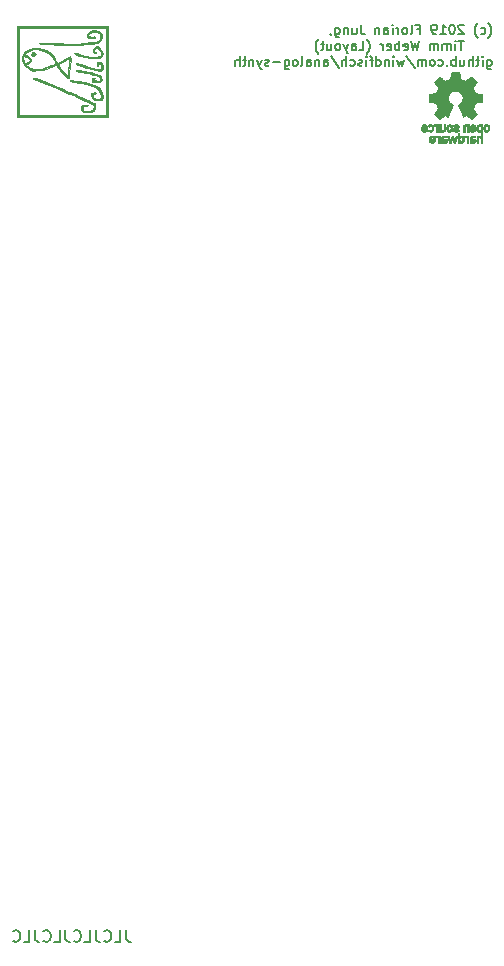
<source format=gbr>
G04 #@! TF.GenerationSoftware,KiCad,Pcbnew,(5.1.2)-2*
G04 #@! TF.CreationDate,2019-08-12T05:37:20+02:00*
G04 #@! TF.ProjectId,vco_mk1,76636f5f-6d6b-4312-9e6b-696361645f70,rev?*
G04 #@! TF.SameCoordinates,Original*
G04 #@! TF.FileFunction,Legend,Bot*
G04 #@! TF.FilePolarity,Positive*
%FSLAX46Y46*%
G04 Gerber Fmt 4.6, Leading zero omitted, Abs format (unit mm)*
G04 Created by KiCad (PCBNEW (5.1.2)-2) date 2019-08-12 05:37:20*
%MOMM*%
%LPD*%
G04 APERTURE LIST*
%ADD10C,0.160000*%
%ADD11C,0.150000*%
%ADD12C,0.010000*%
G04 APERTURE END LIST*
D10*
X170735047Y-137882380D02*
X170735047Y-138596666D01*
X170782666Y-138739523D01*
X170877904Y-138834761D01*
X171020761Y-138882380D01*
X171116000Y-138882380D01*
X169782666Y-138882380D02*
X170258857Y-138882380D01*
X170258857Y-137882380D01*
X168877904Y-138787142D02*
X168925523Y-138834761D01*
X169068380Y-138882380D01*
X169163619Y-138882380D01*
X169306476Y-138834761D01*
X169401714Y-138739523D01*
X169449333Y-138644285D01*
X169496952Y-138453809D01*
X169496952Y-138310952D01*
X169449333Y-138120476D01*
X169401714Y-138025238D01*
X169306476Y-137930000D01*
X169163619Y-137882380D01*
X169068380Y-137882380D01*
X168925523Y-137930000D01*
X168877904Y-137977619D01*
X168163619Y-137882380D02*
X168163619Y-138596666D01*
X168211238Y-138739523D01*
X168306476Y-138834761D01*
X168449333Y-138882380D01*
X168544571Y-138882380D01*
X167211238Y-138882380D02*
X167687428Y-138882380D01*
X167687428Y-137882380D01*
X166306476Y-138787142D02*
X166354095Y-138834761D01*
X166496952Y-138882380D01*
X166592190Y-138882380D01*
X166735047Y-138834761D01*
X166830285Y-138739523D01*
X166877904Y-138644285D01*
X166925523Y-138453809D01*
X166925523Y-138310952D01*
X166877904Y-138120476D01*
X166830285Y-138025238D01*
X166735047Y-137930000D01*
X166592190Y-137882380D01*
X166496952Y-137882380D01*
X166354095Y-137930000D01*
X166306476Y-137977619D01*
X165592190Y-137882380D02*
X165592190Y-138596666D01*
X165639809Y-138739523D01*
X165735047Y-138834761D01*
X165877904Y-138882380D01*
X165973142Y-138882380D01*
X164639809Y-138882380D02*
X165116000Y-138882380D01*
X165116000Y-137882380D01*
X163735047Y-138787142D02*
X163782666Y-138834761D01*
X163925523Y-138882380D01*
X164020761Y-138882380D01*
X164163619Y-138834761D01*
X164258857Y-138739523D01*
X164306476Y-138644285D01*
X164354095Y-138453809D01*
X164354095Y-138310952D01*
X164306476Y-138120476D01*
X164258857Y-138025238D01*
X164163619Y-137930000D01*
X164020761Y-137882380D01*
X163925523Y-137882380D01*
X163782666Y-137930000D01*
X163735047Y-137977619D01*
X163020761Y-137882380D02*
X163020761Y-138596666D01*
X163068380Y-138739523D01*
X163163619Y-138834761D01*
X163306476Y-138882380D01*
X163401714Y-138882380D01*
X162068380Y-138882380D02*
X162544571Y-138882380D01*
X162544571Y-137882380D01*
X161163619Y-138787142D02*
X161211238Y-138834761D01*
X161354095Y-138882380D01*
X161449333Y-138882380D01*
X161592190Y-138834761D01*
X161687428Y-138739523D01*
X161735047Y-138644285D01*
X161782666Y-138453809D01*
X161782666Y-138310952D01*
X161735047Y-138120476D01*
X161687428Y-138025238D01*
X161592190Y-137930000D01*
X161449333Y-137882380D01*
X161354095Y-137882380D01*
X161211238Y-137930000D01*
X161163619Y-137977619D01*
D11*
X201413452Y-62308666D02*
X201451547Y-62270571D01*
X201527738Y-62156285D01*
X201565833Y-62080095D01*
X201603928Y-61965809D01*
X201642023Y-61775333D01*
X201642023Y-61622952D01*
X201603928Y-61432476D01*
X201565833Y-61318190D01*
X201527738Y-61242000D01*
X201451547Y-61127714D01*
X201413452Y-61089619D01*
X200765833Y-61965809D02*
X200842023Y-62003904D01*
X200994404Y-62003904D01*
X201070595Y-61965809D01*
X201108690Y-61927714D01*
X201146785Y-61851523D01*
X201146785Y-61622952D01*
X201108690Y-61546761D01*
X201070595Y-61508666D01*
X200994404Y-61470571D01*
X200842023Y-61470571D01*
X200765833Y-61508666D01*
X200499166Y-62308666D02*
X200461071Y-62270571D01*
X200384880Y-62156285D01*
X200346785Y-62080095D01*
X200308690Y-61965809D01*
X200270595Y-61775333D01*
X200270595Y-61622952D01*
X200308690Y-61432476D01*
X200346785Y-61318190D01*
X200384880Y-61242000D01*
X200461071Y-61127714D01*
X200499166Y-61089619D01*
X199318214Y-61280095D02*
X199280119Y-61242000D01*
X199203928Y-61203904D01*
X199013452Y-61203904D01*
X198937261Y-61242000D01*
X198899166Y-61280095D01*
X198861071Y-61356285D01*
X198861071Y-61432476D01*
X198899166Y-61546761D01*
X199356309Y-62003904D01*
X198861071Y-62003904D01*
X198365833Y-61203904D02*
X198289642Y-61203904D01*
X198213452Y-61242000D01*
X198175357Y-61280095D01*
X198137261Y-61356285D01*
X198099166Y-61508666D01*
X198099166Y-61699142D01*
X198137261Y-61851523D01*
X198175357Y-61927714D01*
X198213452Y-61965809D01*
X198289642Y-62003904D01*
X198365833Y-62003904D01*
X198442023Y-61965809D01*
X198480119Y-61927714D01*
X198518214Y-61851523D01*
X198556309Y-61699142D01*
X198556309Y-61508666D01*
X198518214Y-61356285D01*
X198480119Y-61280095D01*
X198442023Y-61242000D01*
X198365833Y-61203904D01*
X197337261Y-62003904D02*
X197794404Y-62003904D01*
X197565833Y-62003904D02*
X197565833Y-61203904D01*
X197642023Y-61318190D01*
X197718214Y-61394380D01*
X197794404Y-61432476D01*
X196956309Y-62003904D02*
X196803928Y-62003904D01*
X196727738Y-61965809D01*
X196689642Y-61927714D01*
X196613452Y-61813428D01*
X196575357Y-61661047D01*
X196575357Y-61356285D01*
X196613452Y-61280095D01*
X196651547Y-61242000D01*
X196727738Y-61203904D01*
X196880119Y-61203904D01*
X196956309Y-61242000D01*
X196994404Y-61280095D01*
X197032500Y-61356285D01*
X197032500Y-61546761D01*
X196994404Y-61622952D01*
X196956309Y-61661047D01*
X196880119Y-61699142D01*
X196727738Y-61699142D01*
X196651547Y-61661047D01*
X196613452Y-61622952D01*
X196575357Y-61546761D01*
X195356309Y-61584857D02*
X195622976Y-61584857D01*
X195622976Y-62003904D02*
X195622976Y-61203904D01*
X195242023Y-61203904D01*
X194822976Y-62003904D02*
X194899166Y-61965809D01*
X194937261Y-61889619D01*
X194937261Y-61203904D01*
X194403928Y-62003904D02*
X194480119Y-61965809D01*
X194518214Y-61927714D01*
X194556309Y-61851523D01*
X194556309Y-61622952D01*
X194518214Y-61546761D01*
X194480119Y-61508666D01*
X194403928Y-61470571D01*
X194289642Y-61470571D01*
X194213452Y-61508666D01*
X194175357Y-61546761D01*
X194137261Y-61622952D01*
X194137261Y-61851523D01*
X194175357Y-61927714D01*
X194213452Y-61965809D01*
X194289642Y-62003904D01*
X194403928Y-62003904D01*
X193794404Y-62003904D02*
X193794404Y-61470571D01*
X193794404Y-61622952D02*
X193756309Y-61546761D01*
X193718214Y-61508666D01*
X193642023Y-61470571D01*
X193565833Y-61470571D01*
X193299166Y-62003904D02*
X193299166Y-61470571D01*
X193299166Y-61203904D02*
X193337261Y-61242000D01*
X193299166Y-61280095D01*
X193261071Y-61242000D01*
X193299166Y-61203904D01*
X193299166Y-61280095D01*
X192575357Y-62003904D02*
X192575357Y-61584857D01*
X192613452Y-61508666D01*
X192689642Y-61470571D01*
X192842023Y-61470571D01*
X192918214Y-61508666D01*
X192575357Y-61965809D02*
X192651547Y-62003904D01*
X192842023Y-62003904D01*
X192918214Y-61965809D01*
X192956309Y-61889619D01*
X192956309Y-61813428D01*
X192918214Y-61737238D01*
X192842023Y-61699142D01*
X192651547Y-61699142D01*
X192575357Y-61661047D01*
X192194404Y-61470571D02*
X192194404Y-62003904D01*
X192194404Y-61546761D02*
X192156309Y-61508666D01*
X192080119Y-61470571D01*
X191965833Y-61470571D01*
X191889642Y-61508666D01*
X191851547Y-61584857D01*
X191851547Y-62003904D01*
X190632500Y-61203904D02*
X190632500Y-61775333D01*
X190670595Y-61889619D01*
X190746785Y-61965809D01*
X190861071Y-62003904D01*
X190937261Y-62003904D01*
X189908690Y-61470571D02*
X189908690Y-62003904D01*
X190251547Y-61470571D02*
X190251547Y-61889619D01*
X190213452Y-61965809D01*
X190137261Y-62003904D01*
X190022976Y-62003904D01*
X189946785Y-61965809D01*
X189908690Y-61927714D01*
X189527738Y-61470571D02*
X189527738Y-62003904D01*
X189527738Y-61546761D02*
X189489642Y-61508666D01*
X189413452Y-61470571D01*
X189299166Y-61470571D01*
X189222976Y-61508666D01*
X189184880Y-61584857D01*
X189184880Y-62003904D01*
X188461071Y-61470571D02*
X188461071Y-62118190D01*
X188499166Y-62194380D01*
X188537261Y-62232476D01*
X188613452Y-62270571D01*
X188727738Y-62270571D01*
X188803928Y-62232476D01*
X188461071Y-61965809D02*
X188537261Y-62003904D01*
X188689642Y-62003904D01*
X188765833Y-61965809D01*
X188803928Y-61927714D01*
X188842023Y-61851523D01*
X188842023Y-61622952D01*
X188803928Y-61546761D01*
X188765833Y-61508666D01*
X188689642Y-61470571D01*
X188537261Y-61470571D01*
X188461071Y-61508666D01*
X188042023Y-61965809D02*
X188042023Y-62003904D01*
X188080119Y-62080095D01*
X188118214Y-62118190D01*
X199318214Y-62553904D02*
X198861071Y-62553904D01*
X199089642Y-63353904D02*
X199089642Y-62553904D01*
X198594404Y-63353904D02*
X198594404Y-62820571D01*
X198594404Y-62553904D02*
X198632500Y-62592000D01*
X198594404Y-62630095D01*
X198556309Y-62592000D01*
X198594404Y-62553904D01*
X198594404Y-62630095D01*
X198213452Y-63353904D02*
X198213452Y-62820571D01*
X198213452Y-62896761D02*
X198175357Y-62858666D01*
X198099166Y-62820571D01*
X197984880Y-62820571D01*
X197908690Y-62858666D01*
X197870595Y-62934857D01*
X197870595Y-63353904D01*
X197870595Y-62934857D02*
X197832500Y-62858666D01*
X197756309Y-62820571D01*
X197642023Y-62820571D01*
X197565833Y-62858666D01*
X197527738Y-62934857D01*
X197527738Y-63353904D01*
X197146785Y-63353904D02*
X197146785Y-62820571D01*
X197146785Y-62896761D02*
X197108690Y-62858666D01*
X197032500Y-62820571D01*
X196918214Y-62820571D01*
X196842023Y-62858666D01*
X196803928Y-62934857D01*
X196803928Y-63353904D01*
X196803928Y-62934857D02*
X196765833Y-62858666D01*
X196689642Y-62820571D01*
X196575357Y-62820571D01*
X196499166Y-62858666D01*
X196461071Y-62934857D01*
X196461071Y-63353904D01*
X195546785Y-62553904D02*
X195356309Y-63353904D01*
X195203928Y-62782476D01*
X195051547Y-63353904D01*
X194861071Y-62553904D01*
X194251547Y-63315809D02*
X194327738Y-63353904D01*
X194480119Y-63353904D01*
X194556309Y-63315809D01*
X194594404Y-63239619D01*
X194594404Y-62934857D01*
X194556309Y-62858666D01*
X194480119Y-62820571D01*
X194327738Y-62820571D01*
X194251547Y-62858666D01*
X194213452Y-62934857D01*
X194213452Y-63011047D01*
X194594404Y-63087238D01*
X193870595Y-63353904D02*
X193870595Y-62553904D01*
X193870595Y-62858666D02*
X193794404Y-62820571D01*
X193642023Y-62820571D01*
X193565833Y-62858666D01*
X193527738Y-62896761D01*
X193489642Y-62972952D01*
X193489642Y-63201523D01*
X193527738Y-63277714D01*
X193565833Y-63315809D01*
X193642023Y-63353904D01*
X193794404Y-63353904D01*
X193870595Y-63315809D01*
X192842023Y-63315809D02*
X192918214Y-63353904D01*
X193070595Y-63353904D01*
X193146785Y-63315809D01*
X193184880Y-63239619D01*
X193184880Y-62934857D01*
X193146785Y-62858666D01*
X193070595Y-62820571D01*
X192918214Y-62820571D01*
X192842023Y-62858666D01*
X192803928Y-62934857D01*
X192803928Y-63011047D01*
X193184880Y-63087238D01*
X192461071Y-63353904D02*
X192461071Y-62820571D01*
X192461071Y-62972952D02*
X192422976Y-62896761D01*
X192384880Y-62858666D01*
X192308690Y-62820571D01*
X192232500Y-62820571D01*
X191127738Y-63658666D02*
X191165833Y-63620571D01*
X191242023Y-63506285D01*
X191280119Y-63430095D01*
X191318214Y-63315809D01*
X191356309Y-63125333D01*
X191356309Y-62972952D01*
X191318214Y-62782476D01*
X191280119Y-62668190D01*
X191242023Y-62592000D01*
X191165833Y-62477714D01*
X191127738Y-62439619D01*
X190442023Y-63353904D02*
X190822976Y-63353904D01*
X190822976Y-62553904D01*
X189832500Y-63353904D02*
X189832500Y-62934857D01*
X189870595Y-62858666D01*
X189946785Y-62820571D01*
X190099166Y-62820571D01*
X190175357Y-62858666D01*
X189832500Y-63315809D02*
X189908690Y-63353904D01*
X190099166Y-63353904D01*
X190175357Y-63315809D01*
X190213452Y-63239619D01*
X190213452Y-63163428D01*
X190175357Y-63087238D01*
X190099166Y-63049142D01*
X189908690Y-63049142D01*
X189832500Y-63011047D01*
X189527738Y-62820571D02*
X189337261Y-63353904D01*
X189146785Y-62820571D02*
X189337261Y-63353904D01*
X189413452Y-63544380D01*
X189451547Y-63582476D01*
X189527738Y-63620571D01*
X188727738Y-63353904D02*
X188803928Y-63315809D01*
X188842023Y-63277714D01*
X188880119Y-63201523D01*
X188880119Y-62972952D01*
X188842023Y-62896761D01*
X188803928Y-62858666D01*
X188727738Y-62820571D01*
X188613452Y-62820571D01*
X188537261Y-62858666D01*
X188499166Y-62896761D01*
X188461071Y-62972952D01*
X188461071Y-63201523D01*
X188499166Y-63277714D01*
X188537261Y-63315809D01*
X188613452Y-63353904D01*
X188727738Y-63353904D01*
X187775357Y-62820571D02*
X187775357Y-63353904D01*
X188118214Y-62820571D02*
X188118214Y-63239619D01*
X188080119Y-63315809D01*
X188003928Y-63353904D01*
X187889642Y-63353904D01*
X187813452Y-63315809D01*
X187775357Y-63277714D01*
X187508690Y-62820571D02*
X187203928Y-62820571D01*
X187394404Y-62553904D02*
X187394404Y-63239619D01*
X187356309Y-63315809D01*
X187280119Y-63353904D01*
X187203928Y-63353904D01*
X187013452Y-63658666D02*
X186975357Y-63620571D01*
X186899166Y-63506285D01*
X186861071Y-63430095D01*
X186822976Y-63315809D01*
X186784880Y-63125333D01*
X186784880Y-62972952D01*
X186822976Y-62782476D01*
X186861071Y-62668190D01*
X186899166Y-62592000D01*
X186975357Y-62477714D01*
X187013452Y-62439619D01*
X201299166Y-64170571D02*
X201299166Y-64818190D01*
X201337261Y-64894380D01*
X201375357Y-64932476D01*
X201451547Y-64970571D01*
X201565833Y-64970571D01*
X201642023Y-64932476D01*
X201299166Y-64665809D02*
X201375357Y-64703904D01*
X201527738Y-64703904D01*
X201603928Y-64665809D01*
X201642023Y-64627714D01*
X201680119Y-64551523D01*
X201680119Y-64322952D01*
X201642023Y-64246761D01*
X201603928Y-64208666D01*
X201527738Y-64170571D01*
X201375357Y-64170571D01*
X201299166Y-64208666D01*
X200918214Y-64703904D02*
X200918214Y-64170571D01*
X200918214Y-63903904D02*
X200956309Y-63942000D01*
X200918214Y-63980095D01*
X200880119Y-63942000D01*
X200918214Y-63903904D01*
X200918214Y-63980095D01*
X200651547Y-64170571D02*
X200346785Y-64170571D01*
X200537261Y-63903904D02*
X200537261Y-64589619D01*
X200499166Y-64665809D01*
X200422976Y-64703904D01*
X200346785Y-64703904D01*
X200080119Y-64703904D02*
X200080119Y-63903904D01*
X199737261Y-64703904D02*
X199737261Y-64284857D01*
X199775357Y-64208666D01*
X199851547Y-64170571D01*
X199965833Y-64170571D01*
X200042023Y-64208666D01*
X200080119Y-64246761D01*
X199013452Y-64170571D02*
X199013452Y-64703904D01*
X199356309Y-64170571D02*
X199356309Y-64589619D01*
X199318214Y-64665809D01*
X199242023Y-64703904D01*
X199127738Y-64703904D01*
X199051547Y-64665809D01*
X199013452Y-64627714D01*
X198632500Y-64703904D02*
X198632500Y-63903904D01*
X198632500Y-64208666D02*
X198556309Y-64170571D01*
X198403928Y-64170571D01*
X198327738Y-64208666D01*
X198289642Y-64246761D01*
X198251547Y-64322952D01*
X198251547Y-64551523D01*
X198289642Y-64627714D01*
X198327738Y-64665809D01*
X198403928Y-64703904D01*
X198556309Y-64703904D01*
X198632500Y-64665809D01*
X197908690Y-64627714D02*
X197870595Y-64665809D01*
X197908690Y-64703904D01*
X197946785Y-64665809D01*
X197908690Y-64627714D01*
X197908690Y-64703904D01*
X197184880Y-64665809D02*
X197261071Y-64703904D01*
X197413452Y-64703904D01*
X197489642Y-64665809D01*
X197527738Y-64627714D01*
X197565833Y-64551523D01*
X197565833Y-64322952D01*
X197527738Y-64246761D01*
X197489642Y-64208666D01*
X197413452Y-64170571D01*
X197261071Y-64170571D01*
X197184880Y-64208666D01*
X196727738Y-64703904D02*
X196803928Y-64665809D01*
X196842023Y-64627714D01*
X196880119Y-64551523D01*
X196880119Y-64322952D01*
X196842023Y-64246761D01*
X196803928Y-64208666D01*
X196727738Y-64170571D01*
X196613452Y-64170571D01*
X196537261Y-64208666D01*
X196499166Y-64246761D01*
X196461071Y-64322952D01*
X196461071Y-64551523D01*
X196499166Y-64627714D01*
X196537261Y-64665809D01*
X196613452Y-64703904D01*
X196727738Y-64703904D01*
X196118214Y-64703904D02*
X196118214Y-64170571D01*
X196118214Y-64246761D02*
X196080119Y-64208666D01*
X196003928Y-64170571D01*
X195889642Y-64170571D01*
X195813452Y-64208666D01*
X195775357Y-64284857D01*
X195775357Y-64703904D01*
X195775357Y-64284857D02*
X195737261Y-64208666D01*
X195661071Y-64170571D01*
X195546785Y-64170571D01*
X195470595Y-64208666D01*
X195432500Y-64284857D01*
X195432500Y-64703904D01*
X194480119Y-63865809D02*
X195165833Y-64894380D01*
X194289642Y-64170571D02*
X194137261Y-64703904D01*
X193984880Y-64322952D01*
X193832500Y-64703904D01*
X193680119Y-64170571D01*
X193375357Y-64703904D02*
X193375357Y-64170571D01*
X193375357Y-63903904D02*
X193413452Y-63942000D01*
X193375357Y-63980095D01*
X193337261Y-63942000D01*
X193375357Y-63903904D01*
X193375357Y-63980095D01*
X192994404Y-64170571D02*
X192994404Y-64703904D01*
X192994404Y-64246761D02*
X192956309Y-64208666D01*
X192880119Y-64170571D01*
X192765833Y-64170571D01*
X192689642Y-64208666D01*
X192651547Y-64284857D01*
X192651547Y-64703904D01*
X191927738Y-64703904D02*
X191927738Y-63903904D01*
X191927738Y-64665809D02*
X192003928Y-64703904D01*
X192156309Y-64703904D01*
X192232500Y-64665809D01*
X192270595Y-64627714D01*
X192308690Y-64551523D01*
X192308690Y-64322952D01*
X192270595Y-64246761D01*
X192232500Y-64208666D01*
X192156309Y-64170571D01*
X192003928Y-64170571D01*
X191927738Y-64208666D01*
X191661071Y-64170571D02*
X191356309Y-64170571D01*
X191546785Y-64703904D02*
X191546785Y-64018190D01*
X191508690Y-63942000D01*
X191432500Y-63903904D01*
X191356309Y-63903904D01*
X191089642Y-64703904D02*
X191089642Y-64170571D01*
X191089642Y-63903904D02*
X191127738Y-63942000D01*
X191089642Y-63980095D01*
X191051547Y-63942000D01*
X191089642Y-63903904D01*
X191089642Y-63980095D01*
X190746785Y-64665809D02*
X190670595Y-64703904D01*
X190518214Y-64703904D01*
X190442023Y-64665809D01*
X190403928Y-64589619D01*
X190403928Y-64551523D01*
X190442023Y-64475333D01*
X190518214Y-64437238D01*
X190632500Y-64437238D01*
X190708690Y-64399142D01*
X190746785Y-64322952D01*
X190746785Y-64284857D01*
X190708690Y-64208666D01*
X190632500Y-64170571D01*
X190518214Y-64170571D01*
X190442023Y-64208666D01*
X189718214Y-64665809D02*
X189794404Y-64703904D01*
X189946785Y-64703904D01*
X190022976Y-64665809D01*
X190061071Y-64627714D01*
X190099166Y-64551523D01*
X190099166Y-64322952D01*
X190061071Y-64246761D01*
X190022976Y-64208666D01*
X189946785Y-64170571D01*
X189794404Y-64170571D01*
X189718214Y-64208666D01*
X189375357Y-64703904D02*
X189375357Y-63903904D01*
X189032500Y-64703904D02*
X189032500Y-64284857D01*
X189070595Y-64208666D01*
X189146785Y-64170571D01*
X189261071Y-64170571D01*
X189337261Y-64208666D01*
X189375357Y-64246761D01*
X188080119Y-63865809D02*
X188765833Y-64894380D01*
X187470595Y-64703904D02*
X187470595Y-64284857D01*
X187508690Y-64208666D01*
X187584880Y-64170571D01*
X187737261Y-64170571D01*
X187813452Y-64208666D01*
X187470595Y-64665809D02*
X187546785Y-64703904D01*
X187737261Y-64703904D01*
X187813452Y-64665809D01*
X187851547Y-64589619D01*
X187851547Y-64513428D01*
X187813452Y-64437238D01*
X187737261Y-64399142D01*
X187546785Y-64399142D01*
X187470595Y-64361047D01*
X187089642Y-64170571D02*
X187089642Y-64703904D01*
X187089642Y-64246761D02*
X187051547Y-64208666D01*
X186975357Y-64170571D01*
X186861071Y-64170571D01*
X186784880Y-64208666D01*
X186746785Y-64284857D01*
X186746785Y-64703904D01*
X186022976Y-64703904D02*
X186022976Y-64284857D01*
X186061071Y-64208666D01*
X186137261Y-64170571D01*
X186289642Y-64170571D01*
X186365833Y-64208666D01*
X186022976Y-64665809D02*
X186099166Y-64703904D01*
X186289642Y-64703904D01*
X186365833Y-64665809D01*
X186403928Y-64589619D01*
X186403928Y-64513428D01*
X186365833Y-64437238D01*
X186289642Y-64399142D01*
X186099166Y-64399142D01*
X186022976Y-64361047D01*
X185527738Y-64703904D02*
X185603928Y-64665809D01*
X185642023Y-64589619D01*
X185642023Y-63903904D01*
X185108690Y-64703904D02*
X185184880Y-64665809D01*
X185222976Y-64627714D01*
X185261071Y-64551523D01*
X185261071Y-64322952D01*
X185222976Y-64246761D01*
X185184880Y-64208666D01*
X185108690Y-64170571D01*
X184994404Y-64170571D01*
X184918214Y-64208666D01*
X184880119Y-64246761D01*
X184842023Y-64322952D01*
X184842023Y-64551523D01*
X184880119Y-64627714D01*
X184918214Y-64665809D01*
X184994404Y-64703904D01*
X185108690Y-64703904D01*
X184156309Y-64170571D02*
X184156309Y-64818190D01*
X184194404Y-64894380D01*
X184232500Y-64932476D01*
X184308690Y-64970571D01*
X184422976Y-64970571D01*
X184499166Y-64932476D01*
X184156309Y-64665809D02*
X184232500Y-64703904D01*
X184384880Y-64703904D01*
X184461071Y-64665809D01*
X184499166Y-64627714D01*
X184537261Y-64551523D01*
X184537261Y-64322952D01*
X184499166Y-64246761D01*
X184461071Y-64208666D01*
X184384880Y-64170571D01*
X184232500Y-64170571D01*
X184156309Y-64208666D01*
X183775357Y-64399142D02*
X183165833Y-64399142D01*
X182822976Y-64665809D02*
X182746785Y-64703904D01*
X182594404Y-64703904D01*
X182518214Y-64665809D01*
X182480119Y-64589619D01*
X182480119Y-64551523D01*
X182518214Y-64475333D01*
X182594404Y-64437238D01*
X182708690Y-64437238D01*
X182784880Y-64399142D01*
X182822976Y-64322952D01*
X182822976Y-64284857D01*
X182784880Y-64208666D01*
X182708690Y-64170571D01*
X182594404Y-64170571D01*
X182518214Y-64208666D01*
X182213452Y-64170571D02*
X182022976Y-64703904D01*
X181832500Y-64170571D02*
X182022976Y-64703904D01*
X182099166Y-64894380D01*
X182137261Y-64932476D01*
X182213452Y-64970571D01*
X181527738Y-64170571D02*
X181527738Y-64703904D01*
X181527738Y-64246761D02*
X181489642Y-64208666D01*
X181413452Y-64170571D01*
X181299166Y-64170571D01*
X181222976Y-64208666D01*
X181184880Y-64284857D01*
X181184880Y-64703904D01*
X180918214Y-64170571D02*
X180613452Y-64170571D01*
X180803928Y-63903904D02*
X180803928Y-64589619D01*
X180765833Y-64665809D01*
X180689642Y-64703904D01*
X180613452Y-64703904D01*
X180346785Y-64703904D02*
X180346785Y-63903904D01*
X180003928Y-64703904D02*
X180003928Y-64284857D01*
X180042023Y-64208666D01*
X180118214Y-64170571D01*
X180232500Y-64170571D01*
X180308690Y-64208666D01*
X180346785Y-64246761D01*
D12*
G36*
X161525045Y-69017865D02*
G01*
X169220866Y-69017865D01*
X169220866Y-61511597D01*
X169031314Y-61511597D01*
X169031314Y-68828313D01*
X161714597Y-68828313D01*
X161714597Y-61511597D01*
X169031314Y-61511597D01*
X169220866Y-61511597D01*
X169220866Y-61322044D01*
X161525045Y-61322044D01*
X161525045Y-69017865D01*
X161525045Y-69017865D01*
G37*
X161525045Y-69017865D02*
X169220866Y-69017865D01*
X169220866Y-61511597D01*
X169031314Y-61511597D01*
X169031314Y-68828313D01*
X161714597Y-68828313D01*
X161714597Y-61511597D01*
X169031314Y-61511597D01*
X169220866Y-61511597D01*
X169220866Y-61322044D01*
X161525045Y-61322044D01*
X161525045Y-69017865D01*
G36*
X162863915Y-65709320D02*
G01*
X162849037Y-65761544D01*
X162862412Y-65779331D01*
X162918716Y-65812012D01*
X163028353Y-65862608D01*
X163173161Y-65923783D01*
X163334981Y-65988204D01*
X163495651Y-66048535D01*
X163637011Y-66097441D01*
X163692998Y-66114800D01*
X163819050Y-66157017D01*
X163997412Y-66223940D01*
X164211442Y-66308744D01*
X164444494Y-66404606D01*
X164679926Y-66504699D01*
X164901095Y-66602200D01*
X165059323Y-66675046D01*
X165197406Y-66738538D01*
X165366392Y-66813597D01*
X165552654Y-66894487D01*
X165742569Y-66975467D01*
X165922513Y-67050798D01*
X166078861Y-67114742D01*
X166197989Y-67161561D01*
X166266273Y-67185514D01*
X166275756Y-67187435D01*
X166317962Y-67203703D01*
X166415719Y-67248684D01*
X166557034Y-67316641D01*
X166729917Y-67401835D01*
X166857529Y-67465750D01*
X167074568Y-67572906D01*
X167297101Y-67678937D01*
X167503713Y-67773887D01*
X167672993Y-67847802D01*
X167725292Y-67869183D01*
X167875151Y-67930186D01*
X167966506Y-67974095D01*
X168011892Y-68010311D01*
X168023847Y-68048235D01*
X168017266Y-68088127D01*
X167991258Y-68199759D01*
X167972026Y-68290411D01*
X167943929Y-68378057D01*
X167892079Y-68437433D01*
X167802799Y-68474882D01*
X167662411Y-68496748D01*
X167504464Y-68507266D01*
X167169933Y-68523260D01*
X167109905Y-68407180D01*
X167071170Y-68292508D01*
X167085983Y-68196134D01*
X167116424Y-68140336D01*
X167167992Y-68109575D01*
X167262565Y-68094419D01*
X167332709Y-68089750D01*
X167473971Y-68074086D01*
X167540758Y-68050382D01*
X167533123Y-68024534D01*
X167451120Y-68002437D01*
X167331812Y-67991414D01*
X167193179Y-67989642D01*
X167106638Y-68004160D01*
X167049342Y-68039734D01*
X167036386Y-68053055D01*
X166964501Y-68184888D01*
X166952169Y-68339479D01*
X167000951Y-68490741D01*
X167009341Y-68504823D01*
X167086417Y-68628032D01*
X167418691Y-68624613D01*
X167586598Y-68618983D01*
X167739901Y-68607031D01*
X167851944Y-68591029D01*
X167873298Y-68585845D01*
X167955389Y-68553510D01*
X168012995Y-68502027D01*
X168056372Y-68414944D01*
X168095776Y-68275808D01*
X168112770Y-68201679D01*
X168135520Y-68061817D01*
X168124328Y-67960996D01*
X168069111Y-67884963D01*
X167959781Y-67819466D01*
X167795794Y-67753723D01*
X167665159Y-67701211D01*
X167491648Y-67624770D01*
X167299675Y-67535422D01*
X167144397Y-67459652D01*
X166898452Y-67336856D01*
X166709739Y-67243309D01*
X166567792Y-67174112D01*
X166462148Y-67124368D01*
X166382341Y-67089178D01*
X166317907Y-67063646D01*
X166258382Y-67042872D01*
X166243542Y-67038011D01*
X166159710Y-67006712D01*
X166022507Y-66950921D01*
X165847712Y-66877245D01*
X165651104Y-66792288D01*
X165542198Y-66744392D01*
X165221075Y-66602472D01*
X164958638Y-66487103D01*
X164744378Y-66393841D01*
X164567785Y-66318243D01*
X164418348Y-66255865D01*
X164285557Y-66202264D01*
X164158903Y-66152996D01*
X164027876Y-66103619D01*
X164016785Y-66099492D01*
X163812134Y-66022688D01*
X163577246Y-65933456D01*
X163352435Y-65847144D01*
X163279035Y-65818690D01*
X163079022Y-65745947D01*
X162942506Y-65707898D01*
X162871030Y-65704952D01*
X162863915Y-65709320D01*
X162863915Y-65709320D01*
G37*
X162863915Y-65709320D02*
X162849037Y-65761544D01*
X162862412Y-65779331D01*
X162918716Y-65812012D01*
X163028353Y-65862608D01*
X163173161Y-65923783D01*
X163334981Y-65988204D01*
X163495651Y-66048535D01*
X163637011Y-66097441D01*
X163692998Y-66114800D01*
X163819050Y-66157017D01*
X163997412Y-66223940D01*
X164211442Y-66308744D01*
X164444494Y-66404606D01*
X164679926Y-66504699D01*
X164901095Y-66602200D01*
X165059323Y-66675046D01*
X165197406Y-66738538D01*
X165366392Y-66813597D01*
X165552654Y-66894487D01*
X165742569Y-66975467D01*
X165922513Y-67050798D01*
X166078861Y-67114742D01*
X166197989Y-67161561D01*
X166266273Y-67185514D01*
X166275756Y-67187435D01*
X166317962Y-67203703D01*
X166415719Y-67248684D01*
X166557034Y-67316641D01*
X166729917Y-67401835D01*
X166857529Y-67465750D01*
X167074568Y-67572906D01*
X167297101Y-67678937D01*
X167503713Y-67773887D01*
X167672993Y-67847802D01*
X167725292Y-67869183D01*
X167875151Y-67930186D01*
X167966506Y-67974095D01*
X168011892Y-68010311D01*
X168023847Y-68048235D01*
X168017266Y-68088127D01*
X167991258Y-68199759D01*
X167972026Y-68290411D01*
X167943929Y-68378057D01*
X167892079Y-68437433D01*
X167802799Y-68474882D01*
X167662411Y-68496748D01*
X167504464Y-68507266D01*
X167169933Y-68523260D01*
X167109905Y-68407180D01*
X167071170Y-68292508D01*
X167085983Y-68196134D01*
X167116424Y-68140336D01*
X167167992Y-68109575D01*
X167262565Y-68094419D01*
X167332709Y-68089750D01*
X167473971Y-68074086D01*
X167540758Y-68050382D01*
X167533123Y-68024534D01*
X167451120Y-68002437D01*
X167331812Y-67991414D01*
X167193179Y-67989642D01*
X167106638Y-68004160D01*
X167049342Y-68039734D01*
X167036386Y-68053055D01*
X166964501Y-68184888D01*
X166952169Y-68339479D01*
X167000951Y-68490741D01*
X167009341Y-68504823D01*
X167086417Y-68628032D01*
X167418691Y-68624613D01*
X167586598Y-68618983D01*
X167739901Y-68607031D01*
X167851944Y-68591029D01*
X167873298Y-68585845D01*
X167955389Y-68553510D01*
X168012995Y-68502027D01*
X168056372Y-68414944D01*
X168095776Y-68275808D01*
X168112770Y-68201679D01*
X168135520Y-68061817D01*
X168124328Y-67960996D01*
X168069111Y-67884963D01*
X167959781Y-67819466D01*
X167795794Y-67753723D01*
X167665159Y-67701211D01*
X167491648Y-67624770D01*
X167299675Y-67535422D01*
X167144397Y-67459652D01*
X166898452Y-67336856D01*
X166709739Y-67243309D01*
X166567792Y-67174112D01*
X166462148Y-67124368D01*
X166382341Y-67089178D01*
X166317907Y-67063646D01*
X166258382Y-67042872D01*
X166243542Y-67038011D01*
X166159710Y-67006712D01*
X166022507Y-66950921D01*
X165847712Y-66877245D01*
X165651104Y-66792288D01*
X165542198Y-66744392D01*
X165221075Y-66602472D01*
X164958638Y-66487103D01*
X164744378Y-66393841D01*
X164567785Y-66318243D01*
X164418348Y-66255865D01*
X164285557Y-66202264D01*
X164158903Y-66152996D01*
X164027876Y-66103619D01*
X164016785Y-66099492D01*
X163812134Y-66022688D01*
X163577246Y-65933456D01*
X163352435Y-65847144D01*
X163279035Y-65818690D01*
X163079022Y-65745947D01*
X162942506Y-65707898D01*
X162871030Y-65704952D01*
X162863915Y-65709320D01*
G36*
X165988701Y-65927701D02*
G01*
X165975472Y-65933883D01*
X165950804Y-65979309D01*
X165955002Y-65991722D01*
X165997931Y-66004272D01*
X166099951Y-66023951D01*
X166244995Y-66047889D01*
X166388445Y-66069203D01*
X166686659Y-66118367D01*
X166997024Y-66181760D01*
X167305741Y-66255524D01*
X167599010Y-66335798D01*
X167863029Y-66418722D01*
X168083999Y-66500434D01*
X168248119Y-66577076D01*
X168286900Y-66600239D01*
X168390505Y-66701478D01*
X168487719Y-66858131D01*
X168566864Y-67049979D01*
X168588228Y-67122050D01*
X168626820Y-67274734D01*
X168637327Y-67369776D01*
X168610984Y-67422853D01*
X168539027Y-67449640D01*
X168412689Y-67465815D01*
X168395006Y-67467629D01*
X168221636Y-67477473D01*
X168103692Y-67459244D01*
X168023475Y-67404916D01*
X167963289Y-67306464D01*
X167945075Y-67263595D01*
X167902261Y-67153732D01*
X167892128Y-67097278D01*
X167921123Y-67076501D01*
X167995688Y-67073674D01*
X168014100Y-67073704D01*
X168122979Y-67058715D01*
X168178225Y-67018780D01*
X168172597Y-66967443D01*
X168127216Y-66953658D01*
X168032869Y-66952747D01*
X167971329Y-66957966D01*
X167858589Y-66976296D01*
X167801063Y-67005281D01*
X167778149Y-67056651D01*
X167776118Y-67069127D01*
X167784387Y-67182876D01*
X167826491Y-67320247D01*
X167889585Y-67449711D01*
X167960824Y-67539739D01*
X167971067Y-67547648D01*
X168047524Y-67581223D01*
X168161494Y-67595768D01*
X168325108Y-67591755D01*
X168547084Y-67570061D01*
X168660209Y-67552908D01*
X168718539Y-67527088D01*
X168742911Y-67478598D01*
X168749781Y-67433853D01*
X168744753Y-67249550D01*
X168698399Y-67039551D01*
X168620238Y-66830081D01*
X168519786Y-66647368D01*
X168422172Y-66531039D01*
X168336528Y-66476340D01*
X168191178Y-66408424D01*
X167999942Y-66332592D01*
X167776640Y-66254146D01*
X167535090Y-66178388D01*
X167409770Y-66142618D01*
X167228548Y-66097514D01*
X167021271Y-66053680D01*
X166801480Y-66013088D01*
X166582714Y-65977706D01*
X166378514Y-65949506D01*
X166202418Y-65930459D01*
X166067967Y-65922533D01*
X165988701Y-65927701D01*
X165988701Y-65927701D01*
G37*
X165988701Y-65927701D02*
X165975472Y-65933883D01*
X165950804Y-65979309D01*
X165955002Y-65991722D01*
X165997931Y-66004272D01*
X166099951Y-66023951D01*
X166244995Y-66047889D01*
X166388445Y-66069203D01*
X166686659Y-66118367D01*
X166997024Y-66181760D01*
X167305741Y-66255524D01*
X167599010Y-66335798D01*
X167863029Y-66418722D01*
X168083999Y-66500434D01*
X168248119Y-66577076D01*
X168286900Y-66600239D01*
X168390505Y-66701478D01*
X168487719Y-66858131D01*
X168566864Y-67049979D01*
X168588228Y-67122050D01*
X168626820Y-67274734D01*
X168637327Y-67369776D01*
X168610984Y-67422853D01*
X168539027Y-67449640D01*
X168412689Y-67465815D01*
X168395006Y-67467629D01*
X168221636Y-67477473D01*
X168103692Y-67459244D01*
X168023475Y-67404916D01*
X167963289Y-67306464D01*
X167945075Y-67263595D01*
X167902261Y-67153732D01*
X167892128Y-67097278D01*
X167921123Y-67076501D01*
X167995688Y-67073674D01*
X168014100Y-67073704D01*
X168122979Y-67058715D01*
X168178225Y-67018780D01*
X168172597Y-66967443D01*
X168127216Y-66953658D01*
X168032869Y-66952747D01*
X167971329Y-66957966D01*
X167858589Y-66976296D01*
X167801063Y-67005281D01*
X167778149Y-67056651D01*
X167776118Y-67069127D01*
X167784387Y-67182876D01*
X167826491Y-67320247D01*
X167889585Y-67449711D01*
X167960824Y-67539739D01*
X167971067Y-67547648D01*
X168047524Y-67581223D01*
X168161494Y-67595768D01*
X168325108Y-67591755D01*
X168547084Y-67570061D01*
X168660209Y-67552908D01*
X168718539Y-67527088D01*
X168742911Y-67478598D01*
X168749781Y-67433853D01*
X168744753Y-67249550D01*
X168698399Y-67039551D01*
X168620238Y-66830081D01*
X168519786Y-66647368D01*
X168422172Y-66531039D01*
X168336528Y-66476340D01*
X168191178Y-66408424D01*
X167999942Y-66332592D01*
X167776640Y-66254146D01*
X167535090Y-66178388D01*
X167409770Y-66142618D01*
X167228548Y-66097514D01*
X167021271Y-66053680D01*
X166801480Y-66013088D01*
X166582714Y-65977706D01*
X166378514Y-65949506D01*
X166202418Y-65930459D01*
X166067967Y-65922533D01*
X165988701Y-65927701D01*
G36*
X166544415Y-65054242D02*
G01*
X166501815Y-65068906D01*
X166482625Y-65107052D01*
X166518509Y-65139781D01*
X166615361Y-65169267D01*
X166779075Y-65197686D01*
X166891265Y-65212599D01*
X167064438Y-65239446D01*
X167276794Y-65280487D01*
X167511322Y-65331566D01*
X167751016Y-65388527D01*
X167978865Y-65447218D01*
X168177861Y-65503481D01*
X168330997Y-65553162D01*
X168400961Y-65581401D01*
X168506438Y-65664767D01*
X168551479Y-65776002D01*
X168528970Y-65896604D01*
X168525086Y-65904164D01*
X168493207Y-65948196D01*
X168444664Y-65969046D01*
X168358332Y-65971317D01*
X168253479Y-65963365D01*
X168089922Y-65936465D01*
X167994224Y-65889896D01*
X167960259Y-65820574D01*
X167960052Y-65815699D01*
X167992108Y-65792242D01*
X168055427Y-65777789D01*
X168134004Y-65755635D01*
X168145993Y-65725661D01*
X168098004Y-65699821D01*
X168006860Y-65689972D01*
X167864696Y-65689972D01*
X167867977Y-65851214D01*
X167874803Y-65955788D01*
X167887975Y-66024422D01*
X167893475Y-66034672D01*
X167939335Y-66047546D01*
X168041067Y-66061792D01*
X168178829Y-66074773D01*
X168215256Y-66077422D01*
X168365530Y-66086509D01*
X168460267Y-66085368D01*
X168519543Y-66069381D01*
X168563432Y-66033929D01*
X168600720Y-65988751D01*
X168662896Y-65853537D01*
X168658441Y-65705595D01*
X168588976Y-65565217D01*
X168564619Y-65536819D01*
X168490555Y-65488746D01*
X168358083Y-65433236D01*
X168179366Y-65373049D01*
X167966568Y-65310943D01*
X167731851Y-65249678D01*
X167487379Y-65192012D01*
X167245316Y-65140705D01*
X167017825Y-65098515D01*
X166817068Y-65068202D01*
X166655211Y-65052525D01*
X166544415Y-65054242D01*
X166544415Y-65054242D01*
G37*
X166544415Y-65054242D02*
X166501815Y-65068906D01*
X166482625Y-65107052D01*
X166518509Y-65139781D01*
X166615361Y-65169267D01*
X166779075Y-65197686D01*
X166891265Y-65212599D01*
X167064438Y-65239446D01*
X167276794Y-65280487D01*
X167511322Y-65331566D01*
X167751016Y-65388527D01*
X167978865Y-65447218D01*
X168177861Y-65503481D01*
X168330997Y-65553162D01*
X168400961Y-65581401D01*
X168506438Y-65664767D01*
X168551479Y-65776002D01*
X168528970Y-65896604D01*
X168525086Y-65904164D01*
X168493207Y-65948196D01*
X168444664Y-65969046D01*
X168358332Y-65971317D01*
X168253479Y-65963365D01*
X168089922Y-65936465D01*
X167994224Y-65889896D01*
X167960259Y-65820574D01*
X167960052Y-65815699D01*
X167992108Y-65792242D01*
X168055427Y-65777789D01*
X168134004Y-65755635D01*
X168145993Y-65725661D01*
X168098004Y-65699821D01*
X168006860Y-65689972D01*
X167864696Y-65689972D01*
X167867977Y-65851214D01*
X167874803Y-65955788D01*
X167887975Y-66024422D01*
X167893475Y-66034672D01*
X167939335Y-66047546D01*
X168041067Y-66061792D01*
X168178829Y-66074773D01*
X168215256Y-66077422D01*
X168365530Y-66086509D01*
X168460267Y-66085368D01*
X168519543Y-66069381D01*
X168563432Y-66033929D01*
X168600720Y-65988751D01*
X168662896Y-65853537D01*
X168658441Y-65705595D01*
X168588976Y-65565217D01*
X168564619Y-65536819D01*
X168490555Y-65488746D01*
X168358083Y-65433236D01*
X168179366Y-65373049D01*
X167966568Y-65310943D01*
X167731851Y-65249678D01*
X167487379Y-65192012D01*
X167245316Y-65140705D01*
X167017825Y-65098515D01*
X166817068Y-65068202D01*
X166655211Y-65052525D01*
X166544415Y-65054242D01*
G36*
X162631477Y-63251939D02*
G01*
X162443211Y-63331535D01*
X162223125Y-63463560D01*
X162070977Y-63604839D01*
X161978886Y-63765060D01*
X161939202Y-63951050D01*
X161934724Y-64203403D01*
X161972498Y-64410579D01*
X162059896Y-64585053D01*
X162204289Y-64739299D01*
X162413052Y-64885792D01*
X162531602Y-64953400D01*
X162822606Y-65111288D01*
X163221158Y-65090978D01*
X163583465Y-65047536D01*
X163968671Y-64957368D01*
X164347303Y-64828570D01*
X164617644Y-64707247D01*
X164726594Y-64654720D01*
X164804613Y-64622208D01*
X164831858Y-64616453D01*
X164856635Y-64651226D01*
X164913369Y-64734204D01*
X164991934Y-64850525D01*
X165033738Y-64912808D01*
X165139937Y-65059095D01*
X165266989Y-65215334D01*
X165403913Y-65370112D01*
X165539729Y-65512017D01*
X165663458Y-65629637D01*
X165764120Y-65711558D01*
X165830734Y-65746368D01*
X165836151Y-65746838D01*
X165865048Y-65737415D01*
X165885902Y-65700891D01*
X165901297Y-65624880D01*
X165913817Y-65496998D01*
X165925166Y-65320345D01*
X165941511Y-65100721D01*
X165965128Y-64864350D01*
X165992144Y-64647734D01*
X166006642Y-64552659D01*
X166044081Y-64302419D01*
X166060933Y-64118534D01*
X166060354Y-64099291D01*
X165942664Y-64099291D01*
X165934985Y-64201999D01*
X165917923Y-64347419D01*
X165896950Y-64494271D01*
X165866822Y-64707892D01*
X165838996Y-64935775D01*
X165817593Y-65142812D01*
X165810210Y-65232854D01*
X165787539Y-65554107D01*
X165702738Y-65487403D01*
X165638447Y-65428031D01*
X165542879Y-65329482D01*
X165433884Y-65210331D01*
X165403761Y-65176231D01*
X165266227Y-65010465D01*
X165152923Y-64856835D01*
X165070548Y-64726049D01*
X165025802Y-64628814D01*
X165025382Y-64575839D01*
X165027081Y-64574155D01*
X165088156Y-64530505D01*
X165148113Y-64492671D01*
X164778636Y-64492671D01*
X164583676Y-64591464D01*
X164418962Y-64665885D01*
X164212199Y-64746310D01*
X163988527Y-64824178D01*
X163773089Y-64890927D01*
X163591026Y-64937999D01*
X163531738Y-64949644D01*
X163390279Y-64967337D01*
X163220153Y-64980238D01*
X163117717Y-64984170D01*
X162981286Y-64981307D01*
X162869676Y-64961045D01*
X162751826Y-64914912D01*
X162624881Y-64849752D01*
X162491294Y-64774977D01*
X162377500Y-64706563D01*
X162305883Y-64658033D01*
X162301190Y-64654190D01*
X162266730Y-64617226D01*
X162276580Y-64587384D01*
X162341203Y-64550366D01*
X162395284Y-64525610D01*
X162551302Y-64444197D01*
X162644066Y-64363326D01*
X162685079Y-64270869D01*
X162687169Y-64246022D01*
X162576188Y-64246022D01*
X162543435Y-64302271D01*
X162461627Y-64363010D01*
X162355445Y-64415064D01*
X162249570Y-64445256D01*
X162198583Y-64447612D01*
X162112565Y-64408860D01*
X162079153Y-64344151D01*
X162062281Y-64247668D01*
X162051043Y-64118200D01*
X162049221Y-64069301D01*
X162051786Y-63958110D01*
X162069743Y-63904438D01*
X162109304Y-63890542D01*
X162111785Y-63890569D01*
X162203146Y-63915486D01*
X162315214Y-63976810D01*
X162427568Y-64058911D01*
X162519784Y-64146157D01*
X162571441Y-64222916D01*
X162576188Y-64246022D01*
X162687169Y-64246022D01*
X162689774Y-64215067D01*
X162676654Y-64134849D01*
X162628253Y-64059696D01*
X162530669Y-63969263D01*
X162510685Y-63952923D01*
X162395583Y-63870284D01*
X162286085Y-63808785D01*
X162226503Y-63787065D01*
X162151089Y-63764606D01*
X162122524Y-63742323D01*
X162159326Y-63671134D01*
X162252310Y-63586899D01*
X162385174Y-63498830D01*
X162541621Y-63416138D01*
X162705350Y-63348035D01*
X162860063Y-63303733D01*
X162914131Y-63294933D01*
X163161143Y-63293173D01*
X163440118Y-63337324D01*
X163726906Y-63422303D01*
X163930889Y-63508937D01*
X164130017Y-63615155D01*
X164281919Y-63722492D01*
X164405433Y-63849582D01*
X164519394Y-64015060D01*
X164615696Y-64186387D01*
X164778636Y-64492671D01*
X165148113Y-64492671D01*
X165193007Y-64464343D01*
X165327123Y-64383920D01*
X165475995Y-64297488D01*
X165625113Y-64213298D01*
X165759967Y-64139602D01*
X165866050Y-64084650D01*
X165928850Y-64056694D01*
X165939408Y-64055332D01*
X165942664Y-64099291D01*
X166060354Y-64099291D01*
X166057197Y-63994385D01*
X166032872Y-63923353D01*
X166006561Y-63902735D01*
X165952384Y-63913220D01*
X165845702Y-63959684D01*
X165697543Y-64036723D01*
X165518934Y-64138933D01*
X165493192Y-64154305D01*
X165322927Y-64254901D01*
X165171838Y-64341266D01*
X165053744Y-64405711D01*
X164982466Y-64440547D01*
X164972446Y-64444034D01*
X164929583Y-64433884D01*
X164877345Y-64377119D01*
X164808610Y-64264572D01*
X164756039Y-64165586D01*
X164607061Y-63907186D01*
X164451391Y-63707551D01*
X164273021Y-63550197D01*
X164055942Y-63418644D01*
X164006710Y-63394094D01*
X163645170Y-63252718D01*
X163292198Y-63181769D01*
X162952674Y-63181445D01*
X162631477Y-63251939D01*
X162631477Y-63251939D01*
G37*
X162631477Y-63251939D02*
X162443211Y-63331535D01*
X162223125Y-63463560D01*
X162070977Y-63604839D01*
X161978886Y-63765060D01*
X161939202Y-63951050D01*
X161934724Y-64203403D01*
X161972498Y-64410579D01*
X162059896Y-64585053D01*
X162204289Y-64739299D01*
X162413052Y-64885792D01*
X162531602Y-64953400D01*
X162822606Y-65111288D01*
X163221158Y-65090978D01*
X163583465Y-65047536D01*
X163968671Y-64957368D01*
X164347303Y-64828570D01*
X164617644Y-64707247D01*
X164726594Y-64654720D01*
X164804613Y-64622208D01*
X164831858Y-64616453D01*
X164856635Y-64651226D01*
X164913369Y-64734204D01*
X164991934Y-64850525D01*
X165033738Y-64912808D01*
X165139937Y-65059095D01*
X165266989Y-65215334D01*
X165403913Y-65370112D01*
X165539729Y-65512017D01*
X165663458Y-65629637D01*
X165764120Y-65711558D01*
X165830734Y-65746368D01*
X165836151Y-65746838D01*
X165865048Y-65737415D01*
X165885902Y-65700891D01*
X165901297Y-65624880D01*
X165913817Y-65496998D01*
X165925166Y-65320345D01*
X165941511Y-65100721D01*
X165965128Y-64864350D01*
X165992144Y-64647734D01*
X166006642Y-64552659D01*
X166044081Y-64302419D01*
X166060933Y-64118534D01*
X166060354Y-64099291D01*
X165942664Y-64099291D01*
X165934985Y-64201999D01*
X165917923Y-64347419D01*
X165896950Y-64494271D01*
X165866822Y-64707892D01*
X165838996Y-64935775D01*
X165817593Y-65142812D01*
X165810210Y-65232854D01*
X165787539Y-65554107D01*
X165702738Y-65487403D01*
X165638447Y-65428031D01*
X165542879Y-65329482D01*
X165433884Y-65210331D01*
X165403761Y-65176231D01*
X165266227Y-65010465D01*
X165152923Y-64856835D01*
X165070548Y-64726049D01*
X165025802Y-64628814D01*
X165025382Y-64575839D01*
X165027081Y-64574155D01*
X165088156Y-64530505D01*
X165148113Y-64492671D01*
X164778636Y-64492671D01*
X164583676Y-64591464D01*
X164418962Y-64665885D01*
X164212199Y-64746310D01*
X163988527Y-64824178D01*
X163773089Y-64890927D01*
X163591026Y-64937999D01*
X163531738Y-64949644D01*
X163390279Y-64967337D01*
X163220153Y-64980238D01*
X163117717Y-64984170D01*
X162981286Y-64981307D01*
X162869676Y-64961045D01*
X162751826Y-64914912D01*
X162624881Y-64849752D01*
X162491294Y-64774977D01*
X162377500Y-64706563D01*
X162305883Y-64658033D01*
X162301190Y-64654190D01*
X162266730Y-64617226D01*
X162276580Y-64587384D01*
X162341203Y-64550366D01*
X162395284Y-64525610D01*
X162551302Y-64444197D01*
X162644066Y-64363326D01*
X162685079Y-64270869D01*
X162687169Y-64246022D01*
X162576188Y-64246022D01*
X162543435Y-64302271D01*
X162461627Y-64363010D01*
X162355445Y-64415064D01*
X162249570Y-64445256D01*
X162198583Y-64447612D01*
X162112565Y-64408860D01*
X162079153Y-64344151D01*
X162062281Y-64247668D01*
X162051043Y-64118200D01*
X162049221Y-64069301D01*
X162051786Y-63958110D01*
X162069743Y-63904438D01*
X162109304Y-63890542D01*
X162111785Y-63890569D01*
X162203146Y-63915486D01*
X162315214Y-63976810D01*
X162427568Y-64058911D01*
X162519784Y-64146157D01*
X162571441Y-64222916D01*
X162576188Y-64246022D01*
X162687169Y-64246022D01*
X162689774Y-64215067D01*
X162676654Y-64134849D01*
X162628253Y-64059696D01*
X162530669Y-63969263D01*
X162510685Y-63952923D01*
X162395583Y-63870284D01*
X162286085Y-63808785D01*
X162226503Y-63787065D01*
X162151089Y-63764606D01*
X162122524Y-63742323D01*
X162159326Y-63671134D01*
X162252310Y-63586899D01*
X162385174Y-63498830D01*
X162541621Y-63416138D01*
X162705350Y-63348035D01*
X162860063Y-63303733D01*
X162914131Y-63294933D01*
X163161143Y-63293173D01*
X163440118Y-63337324D01*
X163726906Y-63422303D01*
X163930889Y-63508937D01*
X164130017Y-63615155D01*
X164281919Y-63722492D01*
X164405433Y-63849582D01*
X164519394Y-64015060D01*
X164615696Y-64186387D01*
X164778636Y-64492671D01*
X165148113Y-64492671D01*
X165193007Y-64464343D01*
X165327123Y-64383920D01*
X165475995Y-64297488D01*
X165625113Y-64213298D01*
X165759967Y-64139602D01*
X165866050Y-64084650D01*
X165928850Y-64056694D01*
X165939408Y-64055332D01*
X165942664Y-64099291D01*
X166060354Y-64099291D01*
X166057197Y-63994385D01*
X166032872Y-63923353D01*
X166006561Y-63902735D01*
X165952384Y-63913220D01*
X165845702Y-63959684D01*
X165697543Y-64036723D01*
X165518934Y-64138933D01*
X165493192Y-64154305D01*
X165322927Y-64254901D01*
X165171838Y-64341266D01*
X165053744Y-64405711D01*
X164982466Y-64440547D01*
X164972446Y-64444034D01*
X164929583Y-64433884D01*
X164877345Y-64377119D01*
X164808610Y-64264572D01*
X164756039Y-64165586D01*
X164607061Y-63907186D01*
X164451391Y-63707551D01*
X164273021Y-63550197D01*
X164055942Y-63418644D01*
X164006710Y-63394094D01*
X163645170Y-63252718D01*
X163292198Y-63181769D01*
X162952674Y-63181445D01*
X162631477Y-63251939D01*
G36*
X168302295Y-64413009D02*
G01*
X168253813Y-64486049D01*
X168243800Y-64575746D01*
X168256966Y-64672235D01*
X168298531Y-64704261D01*
X168300666Y-64704301D01*
X168341526Y-64678191D01*
X168345806Y-64594859D01*
X168343533Y-64521162D01*
X168373095Y-64498241D01*
X168454798Y-64509560D01*
X168548499Y-64526407D01*
X168607804Y-64533696D01*
X168608688Y-64533704D01*
X168626183Y-64568144D01*
X168638203Y-64657660D01*
X168641860Y-64761166D01*
X168641860Y-64988629D01*
X168518651Y-64988363D01*
X168374681Y-64973435D01*
X168162054Y-64929329D01*
X167881961Y-64856353D01*
X167535596Y-64754817D01*
X167151203Y-64633787D01*
X166915120Y-64558689D01*
X166741499Y-64506743D01*
X166621302Y-64475870D01*
X166545491Y-64463993D01*
X166505028Y-64469033D01*
X166492564Y-64482336D01*
X166481618Y-64537755D01*
X166485759Y-64549629D01*
X166528805Y-64567687D01*
X166631560Y-64603321D01*
X166781058Y-64652498D01*
X166964331Y-64711182D01*
X167168413Y-64775340D01*
X167380337Y-64840938D01*
X167587137Y-64903942D01*
X167775844Y-64960318D01*
X167933492Y-65006032D01*
X168047115Y-65037050D01*
X168073203Y-65043482D01*
X168262291Y-65079459D01*
X168439125Y-65098188D01*
X168588134Y-65099483D01*
X168693748Y-65083158D01*
X168739606Y-65051425D01*
X168747720Y-64990365D01*
X168750867Y-64876988D01*
X168748464Y-64734671D01*
X168747894Y-64719708D01*
X168736636Y-64438928D01*
X168552978Y-64403471D01*
X168399059Y-64387131D01*
X168302295Y-64413009D01*
X168302295Y-64413009D01*
G37*
X168302295Y-64413009D02*
X168253813Y-64486049D01*
X168243800Y-64575746D01*
X168256966Y-64672235D01*
X168298531Y-64704261D01*
X168300666Y-64704301D01*
X168341526Y-64678191D01*
X168345806Y-64594859D01*
X168343533Y-64521162D01*
X168373095Y-64498241D01*
X168454798Y-64509560D01*
X168548499Y-64526407D01*
X168607804Y-64533696D01*
X168608688Y-64533704D01*
X168626183Y-64568144D01*
X168638203Y-64657660D01*
X168641860Y-64761166D01*
X168641860Y-64988629D01*
X168518651Y-64988363D01*
X168374681Y-64973435D01*
X168162054Y-64929329D01*
X167881961Y-64856353D01*
X167535596Y-64754817D01*
X167151203Y-64633787D01*
X166915120Y-64558689D01*
X166741499Y-64506743D01*
X166621302Y-64475870D01*
X166545491Y-64463993D01*
X166505028Y-64469033D01*
X166492564Y-64482336D01*
X166481618Y-64537755D01*
X166485759Y-64549629D01*
X166528805Y-64567687D01*
X166631560Y-64603321D01*
X166781058Y-64652498D01*
X166964331Y-64711182D01*
X167168413Y-64775340D01*
X167380337Y-64840938D01*
X167587137Y-64903942D01*
X167775844Y-64960318D01*
X167933492Y-65006032D01*
X168047115Y-65037050D01*
X168073203Y-65043482D01*
X168262291Y-65079459D01*
X168439125Y-65098188D01*
X168588134Y-65099483D01*
X168693748Y-65083158D01*
X168739606Y-65051425D01*
X168747720Y-64990365D01*
X168750867Y-64876988D01*
X168748464Y-64734671D01*
X168747894Y-64719708D01*
X168736636Y-64438928D01*
X168552978Y-64403471D01*
X168399059Y-64387131D01*
X168302295Y-64413009D01*
G36*
X168142218Y-63089055D02*
G01*
X168021490Y-63177920D01*
X167942161Y-63302724D01*
X167921561Y-63410266D01*
X167947725Y-63526913D01*
X168015916Y-63599394D01*
X168110685Y-63614095D01*
X168142509Y-63605001D01*
X168179234Y-63581639D01*
X168162058Y-63547213D01*
X168116466Y-63507366D01*
X168052158Y-63416979D01*
X168057167Y-63319713D01*
X168128623Y-63231888D01*
X168169424Y-63206065D01*
X168247652Y-63177291D01*
X168317470Y-63189205D01*
X168392061Y-63249758D01*
X168484607Y-63366898D01*
X168520104Y-63417542D01*
X168596047Y-63540060D01*
X168628275Y-63631641D01*
X168625254Y-63716359D01*
X168625225Y-63716505D01*
X168598182Y-63808913D01*
X168567754Y-63864764D01*
X168516647Y-63881762D01*
X168408623Y-63898347D01*
X168262555Y-63911980D01*
X168179883Y-63916958D01*
X167783606Y-63910282D01*
X167362796Y-63856547D01*
X166948276Y-63760509D01*
X166746337Y-63695749D01*
X166565892Y-63632685D01*
X166444055Y-63594016D01*
X166368534Y-63577273D01*
X166327034Y-63579991D01*
X166307261Y-63599700D01*
X166304264Y-63607017D01*
X166325742Y-63652305D01*
X166410609Y-63707227D01*
X166547662Y-63767826D01*
X166725699Y-63830142D01*
X166933516Y-63890216D01*
X167159910Y-63944090D01*
X167371860Y-63984264D01*
X167570738Y-64009407D01*
X167799626Y-64026347D01*
X168034912Y-64034469D01*
X168252986Y-64033161D01*
X168430234Y-64021811D01*
X168490218Y-64013293D01*
X168626598Y-63954490D01*
X168714038Y-63838668D01*
X168740067Y-63751584D01*
X168751250Y-63620495D01*
X168725682Y-63500947D01*
X168655799Y-63371154D01*
X168565351Y-63248398D01*
X168473421Y-63139843D01*
X168402351Y-63080972D01*
X168331832Y-63057796D01*
X168284838Y-63055196D01*
X168142218Y-63089055D01*
X168142218Y-63089055D01*
G37*
X168142218Y-63089055D02*
X168021490Y-63177920D01*
X167942161Y-63302724D01*
X167921561Y-63410266D01*
X167947725Y-63526913D01*
X168015916Y-63599394D01*
X168110685Y-63614095D01*
X168142509Y-63605001D01*
X168179234Y-63581639D01*
X168162058Y-63547213D01*
X168116466Y-63507366D01*
X168052158Y-63416979D01*
X168057167Y-63319713D01*
X168128623Y-63231888D01*
X168169424Y-63206065D01*
X168247652Y-63177291D01*
X168317470Y-63189205D01*
X168392061Y-63249758D01*
X168484607Y-63366898D01*
X168520104Y-63417542D01*
X168596047Y-63540060D01*
X168628275Y-63631641D01*
X168625254Y-63716359D01*
X168625225Y-63716505D01*
X168598182Y-63808913D01*
X168567754Y-63864764D01*
X168516647Y-63881762D01*
X168408623Y-63898347D01*
X168262555Y-63911980D01*
X168179883Y-63916958D01*
X167783606Y-63910282D01*
X167362796Y-63856547D01*
X166948276Y-63760509D01*
X166746337Y-63695749D01*
X166565892Y-63632685D01*
X166444055Y-63594016D01*
X166368534Y-63577273D01*
X166327034Y-63579991D01*
X166307261Y-63599700D01*
X166304264Y-63607017D01*
X166325742Y-63652305D01*
X166410609Y-63707227D01*
X166547662Y-63767826D01*
X166725699Y-63830142D01*
X166933516Y-63890216D01*
X167159910Y-63944090D01*
X167371860Y-63984264D01*
X167570738Y-64009407D01*
X167799626Y-64026347D01*
X168034912Y-64034469D01*
X168252986Y-64033161D01*
X168430234Y-64021811D01*
X168490218Y-64013293D01*
X168626598Y-63954490D01*
X168714038Y-63838668D01*
X168740067Y-63751584D01*
X168751250Y-63620495D01*
X168725682Y-63500947D01*
X168655799Y-63371154D01*
X168565351Y-63248398D01*
X168473421Y-63139843D01*
X168402351Y-63080972D01*
X168331832Y-63057796D01*
X168284838Y-63055196D01*
X168142218Y-63089055D01*
G36*
X167774111Y-61728652D02*
G01*
X167734642Y-61745924D01*
X167616921Y-61829043D01*
X167514717Y-61939543D01*
X167446492Y-62054253D01*
X167428726Y-62129856D01*
X167463782Y-62223418D01*
X167558051Y-62301341D01*
X167695176Y-62354214D01*
X167850576Y-62372666D01*
X167978215Y-62358499D01*
X168067474Y-62321458D01*
X168105637Y-62270085D01*
X168083457Y-62216256D01*
X168037434Y-62198381D01*
X168018379Y-62217863D01*
X167961327Y-62248153D01*
X167862753Y-62251613D01*
X167747214Y-62233558D01*
X167639267Y-62199298D01*
X167563467Y-62154148D01*
X167542457Y-62114897D01*
X167571053Y-62044359D01*
X167642081Y-61958764D01*
X167733405Y-61882797D01*
X167770338Y-61860801D01*
X167897124Y-61814973D01*
X168035558Y-61810513D01*
X168208148Y-61847668D01*
X168267636Y-61866207D01*
X168429049Y-61938668D01*
X168521992Y-62032453D01*
X168552749Y-62156194D01*
X168544323Y-62246464D01*
X168513859Y-62385224D01*
X168472395Y-62488036D01*
X168408262Y-62562419D01*
X168309792Y-62615889D01*
X168165314Y-62655965D01*
X167963162Y-62690162D01*
X167826785Y-62708718D01*
X167208703Y-62773151D01*
X166547266Y-62810266D01*
X165835876Y-62820133D01*
X165067937Y-62802822D01*
X164236852Y-62758403D01*
X164092009Y-62748389D01*
X163839535Y-62732178D01*
X163654919Y-62724693D01*
X163530705Y-62725914D01*
X163459435Y-62735822D01*
X163438200Y-62746677D01*
X163410011Y-62791834D01*
X163412745Y-62804544D01*
X163461086Y-62816999D01*
X163575683Y-62830623D01*
X163746990Y-62844926D01*
X163965459Y-62859417D01*
X164221543Y-62873603D01*
X164505697Y-62886996D01*
X164808374Y-62899102D01*
X165120027Y-62909430D01*
X165431108Y-62917491D01*
X165703800Y-62922415D01*
X166198336Y-62925615D01*
X166628228Y-62920749D01*
X166989874Y-62907897D01*
X167277084Y-62887391D01*
X167646891Y-62848590D01*
X167944078Y-62810887D01*
X168171828Y-62773753D01*
X168333323Y-62736654D01*
X168431746Y-62699059D01*
X168441970Y-62692887D01*
X168553828Y-62575047D01*
X168630577Y-62392829D01*
X168664227Y-62214773D01*
X168673545Y-62083265D01*
X168659860Y-61996675D01*
X168618374Y-61926319D01*
X168615342Y-61922537D01*
X168493964Y-61823566D01*
X168324321Y-61749713D01*
X168131243Y-61705956D01*
X167939563Y-61697276D01*
X167774111Y-61728652D01*
X167774111Y-61728652D01*
G37*
X167774111Y-61728652D02*
X167734642Y-61745924D01*
X167616921Y-61829043D01*
X167514717Y-61939543D01*
X167446492Y-62054253D01*
X167428726Y-62129856D01*
X167463782Y-62223418D01*
X167558051Y-62301341D01*
X167695176Y-62354214D01*
X167850576Y-62372666D01*
X167978215Y-62358499D01*
X168067474Y-62321458D01*
X168105637Y-62270085D01*
X168083457Y-62216256D01*
X168037434Y-62198381D01*
X168018379Y-62217863D01*
X167961327Y-62248153D01*
X167862753Y-62251613D01*
X167747214Y-62233558D01*
X167639267Y-62199298D01*
X167563467Y-62154148D01*
X167542457Y-62114897D01*
X167571053Y-62044359D01*
X167642081Y-61958764D01*
X167733405Y-61882797D01*
X167770338Y-61860801D01*
X167897124Y-61814973D01*
X168035558Y-61810513D01*
X168208148Y-61847668D01*
X168267636Y-61866207D01*
X168429049Y-61938668D01*
X168521992Y-62032453D01*
X168552749Y-62156194D01*
X168544323Y-62246464D01*
X168513859Y-62385224D01*
X168472395Y-62488036D01*
X168408262Y-62562419D01*
X168309792Y-62615889D01*
X168165314Y-62655965D01*
X167963162Y-62690162D01*
X167826785Y-62708718D01*
X167208703Y-62773151D01*
X166547266Y-62810266D01*
X165835876Y-62820133D01*
X165067937Y-62802822D01*
X164236852Y-62758403D01*
X164092009Y-62748389D01*
X163839535Y-62732178D01*
X163654919Y-62724693D01*
X163530705Y-62725914D01*
X163459435Y-62735822D01*
X163438200Y-62746677D01*
X163410011Y-62791834D01*
X163412745Y-62804544D01*
X163461086Y-62816999D01*
X163575683Y-62830623D01*
X163746990Y-62844926D01*
X163965459Y-62859417D01*
X164221543Y-62873603D01*
X164505697Y-62886996D01*
X164808374Y-62899102D01*
X165120027Y-62909430D01*
X165431108Y-62917491D01*
X165703800Y-62922415D01*
X166198336Y-62925615D01*
X166628228Y-62920749D01*
X166989874Y-62907897D01*
X167277084Y-62887391D01*
X167646891Y-62848590D01*
X167944078Y-62810887D01*
X168171828Y-62773753D01*
X168333323Y-62736654D01*
X168431746Y-62699059D01*
X168441970Y-62692887D01*
X168553828Y-62575047D01*
X168630577Y-62392829D01*
X168664227Y-62214773D01*
X168673545Y-62083265D01*
X168659860Y-61996675D01*
X168618374Y-61926319D01*
X168615342Y-61922537D01*
X168493964Y-61823566D01*
X168324321Y-61749713D01*
X168131243Y-61705956D01*
X167939563Y-61697276D01*
X167774111Y-61728652D01*
G36*
X162816362Y-63528734D02*
G01*
X162762271Y-63572592D01*
X162755854Y-63578980D01*
X162700653Y-63669105D01*
X162704622Y-63753090D01*
X162732211Y-63818321D01*
X162787468Y-63846117D01*
X162875552Y-63851316D01*
X162987078Y-63836909D01*
X163063286Y-63800569D01*
X163068623Y-63794933D01*
X163098620Y-63713556D01*
X163053307Y-63633539D01*
X162952332Y-63565456D01*
X162868398Y-63527134D01*
X162816362Y-63528734D01*
X162816362Y-63528734D01*
G37*
X162816362Y-63528734D02*
X162762271Y-63572592D01*
X162755854Y-63578980D01*
X162700653Y-63669105D01*
X162704622Y-63753090D01*
X162732211Y-63818321D01*
X162787468Y-63846117D01*
X162875552Y-63851316D01*
X162987078Y-63836909D01*
X163063286Y-63800569D01*
X163068623Y-63794933D01*
X163098620Y-63713556D01*
X163053307Y-63633539D01*
X162952332Y-63565456D01*
X162868398Y-63527134D01*
X162816362Y-63528734D01*
G36*
X198251036Y-65489018D02*
G01*
X198194188Y-65790570D01*
X197774662Y-65963512D01*
X197523016Y-65792395D01*
X197452542Y-65744750D01*
X197388837Y-65702210D01*
X197334874Y-65666715D01*
X197293627Y-65640210D01*
X197268066Y-65624636D01*
X197261105Y-65621278D01*
X197248565Y-65629914D01*
X197221769Y-65653792D01*
X197183720Y-65689859D01*
X197137421Y-65735067D01*
X197085877Y-65786364D01*
X197032091Y-65840701D01*
X196979065Y-65895028D01*
X196929805Y-65946295D01*
X196887313Y-65991451D01*
X196854593Y-66027446D01*
X196834649Y-66051230D01*
X196829881Y-66059190D01*
X196836743Y-66073865D01*
X196855980Y-66106014D01*
X196885570Y-66152492D01*
X196923490Y-66210156D01*
X196967718Y-66275860D01*
X196993346Y-66313336D01*
X197040059Y-66381768D01*
X197081568Y-66443520D01*
X197115860Y-66495519D01*
X197140920Y-66534692D01*
X197154736Y-66557965D01*
X197156812Y-66562855D01*
X197152105Y-66576755D01*
X197139277Y-66609150D01*
X197120262Y-66655485D01*
X197096997Y-66711206D01*
X197071416Y-66771758D01*
X197045455Y-66832586D01*
X197021050Y-66889136D01*
X197000137Y-66936852D01*
X196984651Y-66971181D01*
X196976528Y-66987568D01*
X196976048Y-66988212D01*
X196963293Y-66991341D01*
X196929323Y-66998321D01*
X196877660Y-67008467D01*
X196811824Y-67021092D01*
X196735336Y-67035509D01*
X196690710Y-67043823D01*
X196608979Y-67059384D01*
X196535157Y-67074192D01*
X196472979Y-67087436D01*
X196426178Y-67098305D01*
X196398491Y-67105989D01*
X196392926Y-67108427D01*
X196387474Y-67124930D01*
X196383076Y-67162200D01*
X196379728Y-67215880D01*
X196377426Y-67281612D01*
X196376168Y-67355037D01*
X196375952Y-67431796D01*
X196376773Y-67507532D01*
X196378629Y-67577886D01*
X196381518Y-67638500D01*
X196385435Y-67685016D01*
X196390378Y-67713075D01*
X196393343Y-67718916D01*
X196411066Y-67725917D01*
X196448619Y-67735927D01*
X196501036Y-67747769D01*
X196563348Y-67760267D01*
X196585100Y-67764310D01*
X196689976Y-67783520D01*
X196772820Y-67798991D01*
X196836370Y-67811337D01*
X196883363Y-67821173D01*
X196916537Y-67829114D01*
X196938629Y-67835776D01*
X196952376Y-67841773D01*
X196960516Y-67847719D01*
X196961655Y-67848894D01*
X196973023Y-67867826D01*
X196990365Y-67904669D01*
X197011950Y-67954913D01*
X197036046Y-68014046D01*
X197060921Y-68077556D01*
X197084843Y-68140932D01*
X197106081Y-68199662D01*
X197122903Y-68249235D01*
X197133578Y-68285139D01*
X197136373Y-68302862D01*
X197136140Y-68303483D01*
X197126669Y-68317970D01*
X197105182Y-68349844D01*
X197073937Y-68395789D01*
X197035193Y-68452485D01*
X196991207Y-68516617D01*
X196978681Y-68534842D01*
X196934016Y-68600914D01*
X196894712Y-68661200D01*
X196862912Y-68712235D01*
X196840755Y-68750560D01*
X196830383Y-68772711D01*
X196829881Y-68775432D01*
X196838595Y-68789736D01*
X196862675Y-68818072D01*
X196899024Y-68857396D01*
X196944547Y-68904661D01*
X196996148Y-68956823D01*
X197050733Y-69010835D01*
X197105206Y-69063653D01*
X197156471Y-69112231D01*
X197201433Y-69153523D01*
X197236996Y-69184485D01*
X197260065Y-69202070D01*
X197266446Y-69204941D01*
X197281301Y-69198178D01*
X197311714Y-69179939D01*
X197352732Y-69153297D01*
X197384291Y-69131852D01*
X197441475Y-69092503D01*
X197509194Y-69046171D01*
X197577120Y-68999913D01*
X197613639Y-68975155D01*
X197737248Y-68891547D01*
X197841009Y-68947650D01*
X197888280Y-68972228D01*
X197928477Y-68991331D01*
X197955674Y-69002227D01*
X197962598Y-69003743D01*
X197970923Y-68992549D01*
X197987346Y-68960917D01*
X198010643Y-68911765D01*
X198039586Y-68848010D01*
X198072950Y-68772571D01*
X198109509Y-68688364D01*
X198148036Y-68598308D01*
X198187306Y-68505321D01*
X198226092Y-68412320D01*
X198263170Y-68322223D01*
X198297311Y-68237948D01*
X198327292Y-68162413D01*
X198351884Y-68098534D01*
X198369864Y-68049231D01*
X198380003Y-68017421D01*
X198381634Y-68006496D01*
X198368709Y-67992561D01*
X198340411Y-67969940D01*
X198302654Y-67943333D01*
X198299485Y-67941228D01*
X198201900Y-67863114D01*
X198123214Y-67771982D01*
X198064109Y-67670745D01*
X198025268Y-67562318D01*
X198007372Y-67449614D01*
X198011103Y-67335548D01*
X198037143Y-67223034D01*
X198086175Y-67114985D01*
X198100600Y-67091345D01*
X198175631Y-66995887D01*
X198264270Y-66919232D01*
X198363451Y-66861780D01*
X198470105Y-66823929D01*
X198581164Y-66806078D01*
X198693561Y-66808625D01*
X198804227Y-66831970D01*
X198910094Y-66876510D01*
X199008095Y-66942645D01*
X199038410Y-66969487D01*
X199115562Y-67053512D01*
X199171782Y-67141966D01*
X199210347Y-67241115D01*
X199231826Y-67339303D01*
X199237128Y-67449697D01*
X199219448Y-67560640D01*
X199180581Y-67668381D01*
X199122323Y-67769169D01*
X199046469Y-67859256D01*
X198954817Y-67934892D01*
X198942772Y-67942864D01*
X198904611Y-67968974D01*
X198875601Y-67991595D01*
X198861732Y-68006039D01*
X198861531Y-68006496D01*
X198864508Y-68022121D01*
X198876311Y-68057582D01*
X198895714Y-68109962D01*
X198921488Y-68176345D01*
X198952409Y-68253814D01*
X198987249Y-68339450D01*
X199024783Y-68430337D01*
X199063783Y-68523559D01*
X199103023Y-68616197D01*
X199141276Y-68705335D01*
X199177317Y-68788055D01*
X199209917Y-68861441D01*
X199237852Y-68922575D01*
X199259895Y-68968541D01*
X199274818Y-68996421D01*
X199280828Y-69003743D01*
X199299191Y-68998041D01*
X199333552Y-68982749D01*
X199377984Y-68960599D01*
X199402417Y-68947650D01*
X199506178Y-68891547D01*
X199629787Y-68975155D01*
X199692886Y-69017987D01*
X199761970Y-69065122D01*
X199826707Y-69109503D01*
X199859134Y-69131852D01*
X199904741Y-69162477D01*
X199943360Y-69186747D01*
X199969952Y-69201587D01*
X199978590Y-69204724D01*
X199991161Y-69196261D01*
X200018984Y-69172636D01*
X200059361Y-69136302D01*
X200109595Y-69089711D01*
X200166988Y-69035317D01*
X200203286Y-69000392D01*
X200266790Y-68937996D01*
X200321673Y-68882188D01*
X200365714Y-68835354D01*
X200396695Y-68799882D01*
X200412398Y-68778161D01*
X200413905Y-68773752D01*
X200406914Y-68756985D01*
X200387594Y-68723082D01*
X200358091Y-68675476D01*
X200320545Y-68617599D01*
X200277100Y-68552884D01*
X200264745Y-68534842D01*
X200219727Y-68469267D01*
X200179340Y-68410228D01*
X200145840Y-68361042D01*
X200121486Y-68325028D01*
X200108536Y-68305502D01*
X200107285Y-68303483D01*
X200109156Y-68287922D01*
X200119087Y-68253709D01*
X200135347Y-68205355D01*
X200156205Y-68147371D01*
X200179927Y-68084270D01*
X200204784Y-68020563D01*
X200229042Y-67960761D01*
X200250971Y-67909376D01*
X200268838Y-67870919D01*
X200280913Y-67849902D01*
X200281771Y-67848894D01*
X200289154Y-67842888D01*
X200301625Y-67836948D01*
X200321920Y-67830460D01*
X200352778Y-67822809D01*
X200396934Y-67813380D01*
X200457126Y-67801559D01*
X200536093Y-67786729D01*
X200636570Y-67768277D01*
X200658325Y-67764310D01*
X200722802Y-67751853D01*
X200779011Y-67739666D01*
X200821987Y-67728926D01*
X200846760Y-67720809D01*
X200850082Y-67718916D01*
X200855556Y-67702138D01*
X200860006Y-67664645D01*
X200863428Y-67610794D01*
X200865819Y-67544944D01*
X200867177Y-67471453D01*
X200867499Y-67394680D01*
X200866781Y-67318983D01*
X200865021Y-67248720D01*
X200862216Y-67188250D01*
X200858362Y-67141930D01*
X200853457Y-67114119D01*
X200850500Y-67108427D01*
X200834037Y-67102686D01*
X200796551Y-67093345D01*
X200741775Y-67081215D01*
X200673445Y-67067107D01*
X200595294Y-67051830D01*
X200552716Y-67043823D01*
X200471929Y-67028721D01*
X200399887Y-67015040D01*
X200340111Y-67003467D01*
X200296121Y-66994687D01*
X200271439Y-66989387D01*
X200267377Y-66988212D01*
X200260511Y-66974965D01*
X200245998Y-66943057D01*
X200225771Y-66897047D01*
X200201766Y-66841492D01*
X200175918Y-66780953D01*
X200150160Y-66719986D01*
X200126427Y-66663151D01*
X200106654Y-66615006D01*
X200092776Y-66580110D01*
X200086726Y-66563021D01*
X200086614Y-66562274D01*
X200093472Y-66548793D01*
X200112698Y-66517770D01*
X200142272Y-66472289D01*
X200180173Y-66415432D01*
X200224380Y-66350283D01*
X200250079Y-66312862D01*
X200296907Y-66244247D01*
X200338499Y-66181952D01*
X200372825Y-66129129D01*
X200397857Y-66088927D01*
X200411565Y-66064500D01*
X200413544Y-66059024D01*
X200405034Y-66046278D01*
X200381507Y-66019063D01*
X200345968Y-65980428D01*
X200301423Y-65933423D01*
X200250877Y-65881095D01*
X200197336Y-65826495D01*
X200143805Y-65772670D01*
X200093289Y-65722670D01*
X200048794Y-65679543D01*
X200013325Y-65646339D01*
X199989887Y-65626106D01*
X199982046Y-65621278D01*
X199969280Y-65628067D01*
X199938744Y-65647142D01*
X199893410Y-65676561D01*
X199836244Y-65714381D01*
X199770216Y-65758661D01*
X199720410Y-65792395D01*
X199468764Y-65963512D01*
X199259001Y-65877041D01*
X199049237Y-65790570D01*
X198992389Y-65489018D01*
X198935540Y-65187466D01*
X198307885Y-65187466D01*
X198251036Y-65489018D01*
X198251036Y-65489018D01*
G37*
X198251036Y-65489018D02*
X198194188Y-65790570D01*
X197774662Y-65963512D01*
X197523016Y-65792395D01*
X197452542Y-65744750D01*
X197388837Y-65702210D01*
X197334874Y-65666715D01*
X197293627Y-65640210D01*
X197268066Y-65624636D01*
X197261105Y-65621278D01*
X197248565Y-65629914D01*
X197221769Y-65653792D01*
X197183720Y-65689859D01*
X197137421Y-65735067D01*
X197085877Y-65786364D01*
X197032091Y-65840701D01*
X196979065Y-65895028D01*
X196929805Y-65946295D01*
X196887313Y-65991451D01*
X196854593Y-66027446D01*
X196834649Y-66051230D01*
X196829881Y-66059190D01*
X196836743Y-66073865D01*
X196855980Y-66106014D01*
X196885570Y-66152492D01*
X196923490Y-66210156D01*
X196967718Y-66275860D01*
X196993346Y-66313336D01*
X197040059Y-66381768D01*
X197081568Y-66443520D01*
X197115860Y-66495519D01*
X197140920Y-66534692D01*
X197154736Y-66557965D01*
X197156812Y-66562855D01*
X197152105Y-66576755D01*
X197139277Y-66609150D01*
X197120262Y-66655485D01*
X197096997Y-66711206D01*
X197071416Y-66771758D01*
X197045455Y-66832586D01*
X197021050Y-66889136D01*
X197000137Y-66936852D01*
X196984651Y-66971181D01*
X196976528Y-66987568D01*
X196976048Y-66988212D01*
X196963293Y-66991341D01*
X196929323Y-66998321D01*
X196877660Y-67008467D01*
X196811824Y-67021092D01*
X196735336Y-67035509D01*
X196690710Y-67043823D01*
X196608979Y-67059384D01*
X196535157Y-67074192D01*
X196472979Y-67087436D01*
X196426178Y-67098305D01*
X196398491Y-67105989D01*
X196392926Y-67108427D01*
X196387474Y-67124930D01*
X196383076Y-67162200D01*
X196379728Y-67215880D01*
X196377426Y-67281612D01*
X196376168Y-67355037D01*
X196375952Y-67431796D01*
X196376773Y-67507532D01*
X196378629Y-67577886D01*
X196381518Y-67638500D01*
X196385435Y-67685016D01*
X196390378Y-67713075D01*
X196393343Y-67718916D01*
X196411066Y-67725917D01*
X196448619Y-67735927D01*
X196501036Y-67747769D01*
X196563348Y-67760267D01*
X196585100Y-67764310D01*
X196689976Y-67783520D01*
X196772820Y-67798991D01*
X196836370Y-67811337D01*
X196883363Y-67821173D01*
X196916537Y-67829114D01*
X196938629Y-67835776D01*
X196952376Y-67841773D01*
X196960516Y-67847719D01*
X196961655Y-67848894D01*
X196973023Y-67867826D01*
X196990365Y-67904669D01*
X197011950Y-67954913D01*
X197036046Y-68014046D01*
X197060921Y-68077556D01*
X197084843Y-68140932D01*
X197106081Y-68199662D01*
X197122903Y-68249235D01*
X197133578Y-68285139D01*
X197136373Y-68302862D01*
X197136140Y-68303483D01*
X197126669Y-68317970D01*
X197105182Y-68349844D01*
X197073937Y-68395789D01*
X197035193Y-68452485D01*
X196991207Y-68516617D01*
X196978681Y-68534842D01*
X196934016Y-68600914D01*
X196894712Y-68661200D01*
X196862912Y-68712235D01*
X196840755Y-68750560D01*
X196830383Y-68772711D01*
X196829881Y-68775432D01*
X196838595Y-68789736D01*
X196862675Y-68818072D01*
X196899024Y-68857396D01*
X196944547Y-68904661D01*
X196996148Y-68956823D01*
X197050733Y-69010835D01*
X197105206Y-69063653D01*
X197156471Y-69112231D01*
X197201433Y-69153523D01*
X197236996Y-69184485D01*
X197260065Y-69202070D01*
X197266446Y-69204941D01*
X197281301Y-69198178D01*
X197311714Y-69179939D01*
X197352732Y-69153297D01*
X197384291Y-69131852D01*
X197441475Y-69092503D01*
X197509194Y-69046171D01*
X197577120Y-68999913D01*
X197613639Y-68975155D01*
X197737248Y-68891547D01*
X197841009Y-68947650D01*
X197888280Y-68972228D01*
X197928477Y-68991331D01*
X197955674Y-69002227D01*
X197962598Y-69003743D01*
X197970923Y-68992549D01*
X197987346Y-68960917D01*
X198010643Y-68911765D01*
X198039586Y-68848010D01*
X198072950Y-68772571D01*
X198109509Y-68688364D01*
X198148036Y-68598308D01*
X198187306Y-68505321D01*
X198226092Y-68412320D01*
X198263170Y-68322223D01*
X198297311Y-68237948D01*
X198327292Y-68162413D01*
X198351884Y-68098534D01*
X198369864Y-68049231D01*
X198380003Y-68017421D01*
X198381634Y-68006496D01*
X198368709Y-67992561D01*
X198340411Y-67969940D01*
X198302654Y-67943333D01*
X198299485Y-67941228D01*
X198201900Y-67863114D01*
X198123214Y-67771982D01*
X198064109Y-67670745D01*
X198025268Y-67562318D01*
X198007372Y-67449614D01*
X198011103Y-67335548D01*
X198037143Y-67223034D01*
X198086175Y-67114985D01*
X198100600Y-67091345D01*
X198175631Y-66995887D01*
X198264270Y-66919232D01*
X198363451Y-66861780D01*
X198470105Y-66823929D01*
X198581164Y-66806078D01*
X198693561Y-66808625D01*
X198804227Y-66831970D01*
X198910094Y-66876510D01*
X199008095Y-66942645D01*
X199038410Y-66969487D01*
X199115562Y-67053512D01*
X199171782Y-67141966D01*
X199210347Y-67241115D01*
X199231826Y-67339303D01*
X199237128Y-67449697D01*
X199219448Y-67560640D01*
X199180581Y-67668381D01*
X199122323Y-67769169D01*
X199046469Y-67859256D01*
X198954817Y-67934892D01*
X198942772Y-67942864D01*
X198904611Y-67968974D01*
X198875601Y-67991595D01*
X198861732Y-68006039D01*
X198861531Y-68006496D01*
X198864508Y-68022121D01*
X198876311Y-68057582D01*
X198895714Y-68109962D01*
X198921488Y-68176345D01*
X198952409Y-68253814D01*
X198987249Y-68339450D01*
X199024783Y-68430337D01*
X199063783Y-68523559D01*
X199103023Y-68616197D01*
X199141276Y-68705335D01*
X199177317Y-68788055D01*
X199209917Y-68861441D01*
X199237852Y-68922575D01*
X199259895Y-68968541D01*
X199274818Y-68996421D01*
X199280828Y-69003743D01*
X199299191Y-68998041D01*
X199333552Y-68982749D01*
X199377984Y-68960599D01*
X199402417Y-68947650D01*
X199506178Y-68891547D01*
X199629787Y-68975155D01*
X199692886Y-69017987D01*
X199761970Y-69065122D01*
X199826707Y-69109503D01*
X199859134Y-69131852D01*
X199904741Y-69162477D01*
X199943360Y-69186747D01*
X199969952Y-69201587D01*
X199978590Y-69204724D01*
X199991161Y-69196261D01*
X200018984Y-69172636D01*
X200059361Y-69136302D01*
X200109595Y-69089711D01*
X200166988Y-69035317D01*
X200203286Y-69000392D01*
X200266790Y-68937996D01*
X200321673Y-68882188D01*
X200365714Y-68835354D01*
X200396695Y-68799882D01*
X200412398Y-68778161D01*
X200413905Y-68773752D01*
X200406914Y-68756985D01*
X200387594Y-68723082D01*
X200358091Y-68675476D01*
X200320545Y-68617599D01*
X200277100Y-68552884D01*
X200264745Y-68534842D01*
X200219727Y-68469267D01*
X200179340Y-68410228D01*
X200145840Y-68361042D01*
X200121486Y-68325028D01*
X200108536Y-68305502D01*
X200107285Y-68303483D01*
X200109156Y-68287922D01*
X200119087Y-68253709D01*
X200135347Y-68205355D01*
X200156205Y-68147371D01*
X200179927Y-68084270D01*
X200204784Y-68020563D01*
X200229042Y-67960761D01*
X200250971Y-67909376D01*
X200268838Y-67870919D01*
X200280913Y-67849902D01*
X200281771Y-67848894D01*
X200289154Y-67842888D01*
X200301625Y-67836948D01*
X200321920Y-67830460D01*
X200352778Y-67822809D01*
X200396934Y-67813380D01*
X200457126Y-67801559D01*
X200536093Y-67786729D01*
X200636570Y-67768277D01*
X200658325Y-67764310D01*
X200722802Y-67751853D01*
X200779011Y-67739666D01*
X200821987Y-67728926D01*
X200846760Y-67720809D01*
X200850082Y-67718916D01*
X200855556Y-67702138D01*
X200860006Y-67664645D01*
X200863428Y-67610794D01*
X200865819Y-67544944D01*
X200867177Y-67471453D01*
X200867499Y-67394680D01*
X200866781Y-67318983D01*
X200865021Y-67248720D01*
X200862216Y-67188250D01*
X200858362Y-67141930D01*
X200853457Y-67114119D01*
X200850500Y-67108427D01*
X200834037Y-67102686D01*
X200796551Y-67093345D01*
X200741775Y-67081215D01*
X200673445Y-67067107D01*
X200595294Y-67051830D01*
X200552716Y-67043823D01*
X200471929Y-67028721D01*
X200399887Y-67015040D01*
X200340111Y-67003467D01*
X200296121Y-66994687D01*
X200271439Y-66989387D01*
X200267377Y-66988212D01*
X200260511Y-66974965D01*
X200245998Y-66943057D01*
X200225771Y-66897047D01*
X200201766Y-66841492D01*
X200175918Y-66780953D01*
X200150160Y-66719986D01*
X200126427Y-66663151D01*
X200106654Y-66615006D01*
X200092776Y-66580110D01*
X200086726Y-66563021D01*
X200086614Y-66562274D01*
X200093472Y-66548793D01*
X200112698Y-66517770D01*
X200142272Y-66472289D01*
X200180173Y-66415432D01*
X200224380Y-66350283D01*
X200250079Y-66312862D01*
X200296907Y-66244247D01*
X200338499Y-66181952D01*
X200372825Y-66129129D01*
X200397857Y-66088927D01*
X200411565Y-66064500D01*
X200413544Y-66059024D01*
X200405034Y-66046278D01*
X200381507Y-66019063D01*
X200345968Y-65980428D01*
X200301423Y-65933423D01*
X200250877Y-65881095D01*
X200197336Y-65826495D01*
X200143805Y-65772670D01*
X200093289Y-65722670D01*
X200048794Y-65679543D01*
X200013325Y-65646339D01*
X199989887Y-65626106D01*
X199982046Y-65621278D01*
X199969280Y-65628067D01*
X199938744Y-65647142D01*
X199893410Y-65676561D01*
X199836244Y-65714381D01*
X199770216Y-65758661D01*
X199720410Y-65792395D01*
X199468764Y-65963512D01*
X199259001Y-65877041D01*
X199049237Y-65790570D01*
X198992389Y-65489018D01*
X198935540Y-65187466D01*
X198307885Y-65187466D01*
X198251036Y-65489018D01*
G36*
X196828540Y-69657030D02*
G01*
X196785289Y-69670245D01*
X196757442Y-69686941D01*
X196748371Y-69700145D01*
X196750868Y-69715797D01*
X196767069Y-69740385D01*
X196780768Y-69757800D01*
X196809008Y-69789283D01*
X196830225Y-69802529D01*
X196848312Y-69801664D01*
X196901965Y-69788010D01*
X196941370Y-69788630D01*
X196973368Y-69804104D01*
X196984110Y-69813161D01*
X197018495Y-69845027D01*
X197018495Y-70261179D01*
X197156812Y-70261179D01*
X197156812Y-69657614D01*
X197087653Y-69657614D01*
X197046131Y-69659256D01*
X197024709Y-69665087D01*
X197018498Y-69676461D01*
X197018495Y-69676798D01*
X197015561Y-69688713D01*
X197002296Y-69687159D01*
X196983916Y-69678563D01*
X196945954Y-69662568D01*
X196915128Y-69652945D01*
X196875464Y-69650478D01*
X196828540Y-69657030D01*
X196828540Y-69657030D01*
G37*
X196828540Y-69657030D02*
X196785289Y-69670245D01*
X196757442Y-69686941D01*
X196748371Y-69700145D01*
X196750868Y-69715797D01*
X196767069Y-69740385D01*
X196780768Y-69757800D01*
X196809008Y-69789283D01*
X196830225Y-69802529D01*
X196848312Y-69801664D01*
X196901965Y-69788010D01*
X196941370Y-69788630D01*
X196973368Y-69804104D01*
X196984110Y-69813161D01*
X197018495Y-69845027D01*
X197018495Y-70261179D01*
X197156812Y-70261179D01*
X197156812Y-69657614D01*
X197087653Y-69657614D01*
X197046131Y-69659256D01*
X197024709Y-69665087D01*
X197018498Y-69676461D01*
X197018495Y-69676798D01*
X197015561Y-69688713D01*
X197002296Y-69687159D01*
X196983916Y-69678563D01*
X196945954Y-69662568D01*
X196915128Y-69652945D01*
X196875464Y-69650478D01*
X196828540Y-69657030D01*
G36*
X199382012Y-69668002D02*
G01*
X199350717Y-69682950D01*
X199320409Y-69704541D01*
X199297318Y-69729391D01*
X199280500Y-69761087D01*
X199269006Y-69803214D01*
X199261891Y-69859358D01*
X199258207Y-69933106D01*
X199257008Y-70028044D01*
X199256989Y-70037985D01*
X199256713Y-70261179D01*
X199395030Y-70261179D01*
X199395030Y-70055418D01*
X199395128Y-69979189D01*
X199395809Y-69923939D01*
X199397651Y-69885501D01*
X199401233Y-69859706D01*
X199407132Y-69842384D01*
X199415927Y-69829368D01*
X199428180Y-69816507D01*
X199471047Y-69788873D01*
X199517843Y-69783745D01*
X199562424Y-69801217D01*
X199577928Y-69814221D01*
X199589310Y-69826447D01*
X199597481Y-69839540D01*
X199602974Y-69857615D01*
X199606320Y-69884787D01*
X199608051Y-69925170D01*
X199608697Y-69982879D01*
X199608792Y-70053132D01*
X199608792Y-70261179D01*
X199747109Y-70261179D01*
X199747109Y-69657614D01*
X199677950Y-69657614D01*
X199636428Y-69659256D01*
X199615006Y-69665087D01*
X199608795Y-69676461D01*
X199608792Y-69676798D01*
X199605910Y-69687938D01*
X199593199Y-69686674D01*
X199567926Y-69674434D01*
X199510605Y-69656424D01*
X199445037Y-69654421D01*
X199382012Y-69668002D01*
X199382012Y-69668002D01*
G37*
X199382012Y-69668002D02*
X199350717Y-69682950D01*
X199320409Y-69704541D01*
X199297318Y-69729391D01*
X199280500Y-69761087D01*
X199269006Y-69803214D01*
X199261891Y-69859358D01*
X199258207Y-69933106D01*
X199257008Y-70028044D01*
X199256989Y-70037985D01*
X199256713Y-70261179D01*
X199395030Y-70261179D01*
X199395030Y-70055418D01*
X199395128Y-69979189D01*
X199395809Y-69923939D01*
X199397651Y-69885501D01*
X199401233Y-69859706D01*
X199407132Y-69842384D01*
X199415927Y-69829368D01*
X199428180Y-69816507D01*
X199471047Y-69788873D01*
X199517843Y-69783745D01*
X199562424Y-69801217D01*
X199577928Y-69814221D01*
X199589310Y-69826447D01*
X199597481Y-69839540D01*
X199602974Y-69857615D01*
X199606320Y-69884787D01*
X199608051Y-69925170D01*
X199608697Y-69982879D01*
X199608792Y-70053132D01*
X199608792Y-70261179D01*
X199747109Y-70261179D01*
X199747109Y-69657614D01*
X199677950Y-69657614D01*
X199636428Y-69659256D01*
X199615006Y-69665087D01*
X199608795Y-69676461D01*
X199608792Y-69676798D01*
X199605910Y-69687938D01*
X199593199Y-69686674D01*
X199567926Y-69674434D01*
X199510605Y-69656424D01*
X199445037Y-69654421D01*
X199382012Y-69668002D01*
G36*
X195950102Y-69655457D02*
G01*
X195917904Y-69663279D01*
X195856175Y-69691921D01*
X195803390Y-69735667D01*
X195766859Y-69788117D01*
X195761840Y-69799893D01*
X195754955Y-69830740D01*
X195750136Y-69876371D01*
X195748495Y-69922492D01*
X195748495Y-70009693D01*
X195930822Y-70009693D01*
X196006021Y-70009978D01*
X196058997Y-70011704D01*
X196092675Y-70016181D01*
X196109980Y-70024720D01*
X196113837Y-70038630D01*
X196107171Y-70059222D01*
X196095230Y-70083315D01*
X196061920Y-70123525D01*
X196015632Y-70143558D01*
X195959056Y-70142905D01*
X195894969Y-70121101D01*
X195839583Y-70094193D01*
X195793625Y-70130532D01*
X195747667Y-70166872D01*
X195790904Y-70206819D01*
X195848626Y-70244563D01*
X195919614Y-70267320D01*
X195995971Y-70273688D01*
X196069801Y-70262268D01*
X196081713Y-70258393D01*
X196146601Y-70224506D01*
X196194870Y-70173986D01*
X196227535Y-70105325D01*
X196245615Y-70017014D01*
X196245825Y-70015121D01*
X196247444Y-69918878D01*
X196240900Y-69884542D01*
X196113148Y-69884542D01*
X196101416Y-69889822D01*
X196069562Y-69893867D01*
X196022603Y-69896176D01*
X195992846Y-69896525D01*
X195937352Y-69896306D01*
X195902654Y-69894916D01*
X195884399Y-69891251D01*
X195878234Y-69884210D01*
X195879805Y-69872690D01*
X195881122Y-69868233D01*
X195903618Y-69826355D01*
X195938997Y-69792604D01*
X195970220Y-69777773D01*
X196011699Y-69778668D01*
X196053731Y-69797164D01*
X196088988Y-69827786D01*
X196110146Y-69865062D01*
X196113148Y-69884542D01*
X196240900Y-69884542D01*
X196231310Y-69834229D01*
X196199302Y-69763191D01*
X196153299Y-69707779D01*
X196095179Y-69670009D01*
X196026820Y-69651896D01*
X195950102Y-69655457D01*
X195950102Y-69655457D01*
G37*
X195950102Y-69655457D02*
X195917904Y-69663279D01*
X195856175Y-69691921D01*
X195803390Y-69735667D01*
X195766859Y-69788117D01*
X195761840Y-69799893D01*
X195754955Y-69830740D01*
X195750136Y-69876371D01*
X195748495Y-69922492D01*
X195748495Y-70009693D01*
X195930822Y-70009693D01*
X196006021Y-70009978D01*
X196058997Y-70011704D01*
X196092675Y-70016181D01*
X196109980Y-70024720D01*
X196113837Y-70038630D01*
X196107171Y-70059222D01*
X196095230Y-70083315D01*
X196061920Y-70123525D01*
X196015632Y-70143558D01*
X195959056Y-70142905D01*
X195894969Y-70121101D01*
X195839583Y-70094193D01*
X195793625Y-70130532D01*
X195747667Y-70166872D01*
X195790904Y-70206819D01*
X195848626Y-70244563D01*
X195919614Y-70267320D01*
X195995971Y-70273688D01*
X196069801Y-70262268D01*
X196081713Y-70258393D01*
X196146601Y-70224506D01*
X196194870Y-70173986D01*
X196227535Y-70105325D01*
X196245615Y-70017014D01*
X196245825Y-70015121D01*
X196247444Y-69918878D01*
X196240900Y-69884542D01*
X196113148Y-69884542D01*
X196101416Y-69889822D01*
X196069562Y-69893867D01*
X196022603Y-69896176D01*
X195992846Y-69896525D01*
X195937352Y-69896306D01*
X195902654Y-69894916D01*
X195884399Y-69891251D01*
X195878234Y-69884210D01*
X195879805Y-69872690D01*
X195881122Y-69868233D01*
X195903618Y-69826355D01*
X195938997Y-69792604D01*
X195970220Y-69777773D01*
X196011699Y-69778668D01*
X196053731Y-69797164D01*
X196088988Y-69827786D01*
X196110146Y-69865062D01*
X196113148Y-69884542D01*
X196240900Y-69884542D01*
X196231310Y-69834229D01*
X196199302Y-69763191D01*
X196153299Y-69707779D01*
X196095179Y-69670009D01*
X196026820Y-69651896D01*
X195950102Y-69655457D01*
G36*
X196410774Y-69662880D02*
G01*
X196337920Y-69693830D01*
X196314973Y-69708895D01*
X196285646Y-69732048D01*
X196267236Y-69750253D01*
X196264039Y-69756183D01*
X196273065Y-69769340D01*
X196296163Y-69791667D01*
X196314656Y-69807250D01*
X196365272Y-69847926D01*
X196405240Y-69814295D01*
X196436126Y-69792584D01*
X196466241Y-69785090D01*
X196500708Y-69786920D01*
X196555439Y-69800528D01*
X196593114Y-69828772D01*
X196616009Y-69874433D01*
X196626403Y-69940289D01*
X196626405Y-69940331D01*
X196625506Y-70013939D01*
X196611537Y-70067946D01*
X196583672Y-70104716D01*
X196564675Y-70117168D01*
X196514224Y-70132673D01*
X196460337Y-70132683D01*
X196413454Y-70117638D01*
X196402356Y-70110287D01*
X196374524Y-70091511D01*
X196352764Y-70088434D01*
X196329296Y-70102409D01*
X196303351Y-70127510D01*
X196262284Y-70169880D01*
X196307879Y-70207464D01*
X196378326Y-70249882D01*
X196457767Y-70270785D01*
X196540785Y-70269272D01*
X196595306Y-70255411D01*
X196659030Y-70221135D01*
X196709995Y-70167212D01*
X196733149Y-70129149D01*
X196751901Y-70074536D01*
X196761285Y-70005369D01*
X196761357Y-69930407D01*
X196752176Y-69858409D01*
X196733801Y-69798137D01*
X196730907Y-69791958D01*
X196688048Y-69731351D01*
X196630021Y-69687224D01*
X196561409Y-69660493D01*
X196486799Y-69652073D01*
X196410774Y-69662880D01*
X196410774Y-69662880D01*
G37*
X196410774Y-69662880D02*
X196337920Y-69693830D01*
X196314973Y-69708895D01*
X196285646Y-69732048D01*
X196267236Y-69750253D01*
X196264039Y-69756183D01*
X196273065Y-69769340D01*
X196296163Y-69791667D01*
X196314656Y-69807250D01*
X196365272Y-69847926D01*
X196405240Y-69814295D01*
X196436126Y-69792584D01*
X196466241Y-69785090D01*
X196500708Y-69786920D01*
X196555439Y-69800528D01*
X196593114Y-69828772D01*
X196616009Y-69874433D01*
X196626403Y-69940289D01*
X196626405Y-69940331D01*
X196625506Y-70013939D01*
X196611537Y-70067946D01*
X196583672Y-70104716D01*
X196564675Y-70117168D01*
X196514224Y-70132673D01*
X196460337Y-70132683D01*
X196413454Y-70117638D01*
X196402356Y-70110287D01*
X196374524Y-70091511D01*
X196352764Y-70088434D01*
X196329296Y-70102409D01*
X196303351Y-70127510D01*
X196262284Y-70169880D01*
X196307879Y-70207464D01*
X196378326Y-70249882D01*
X196457767Y-70270785D01*
X196540785Y-70269272D01*
X196595306Y-70255411D01*
X196659030Y-70221135D01*
X196709995Y-70167212D01*
X196733149Y-70129149D01*
X196751901Y-70074536D01*
X196761285Y-70005369D01*
X196761357Y-69930407D01*
X196752176Y-69858409D01*
X196733801Y-69798137D01*
X196730907Y-69791958D01*
X196688048Y-69731351D01*
X196630021Y-69687224D01*
X196561409Y-69660493D01*
X196486799Y-69652073D01*
X196410774Y-69662880D01*
G36*
X197634633Y-69853342D02*
G01*
X197633445Y-69945563D01*
X197629103Y-70015610D01*
X197620442Y-70066381D01*
X197606296Y-70100772D01*
X197585500Y-70121679D01*
X197556890Y-70132000D01*
X197521465Y-70134636D01*
X197484364Y-70131682D01*
X197456182Y-70120889D01*
X197435757Y-70099360D01*
X197421921Y-70064199D01*
X197413509Y-70012510D01*
X197409357Y-69941394D01*
X197408297Y-69853342D01*
X197408297Y-69657614D01*
X197269980Y-69657614D01*
X197269980Y-70261179D01*
X197339138Y-70261179D01*
X197380830Y-70259489D01*
X197402299Y-70253556D01*
X197408297Y-70242293D01*
X197411909Y-70232261D01*
X197426286Y-70234383D01*
X197455264Y-70248580D01*
X197521681Y-70270480D01*
X197592125Y-70268928D01*
X197659623Y-70245147D01*
X197691767Y-70226362D01*
X197716285Y-70206022D01*
X197734196Y-70180573D01*
X197746521Y-70146458D01*
X197754277Y-70100121D01*
X197758484Y-70038007D01*
X197760160Y-69956561D01*
X197760376Y-69893578D01*
X197760376Y-69657614D01*
X197634633Y-69657614D01*
X197634633Y-69853342D01*
X197634633Y-69853342D01*
G37*
X197634633Y-69853342D02*
X197633445Y-69945563D01*
X197629103Y-70015610D01*
X197620442Y-70066381D01*
X197606296Y-70100772D01*
X197585500Y-70121679D01*
X197556890Y-70132000D01*
X197521465Y-70134636D01*
X197484364Y-70131682D01*
X197456182Y-70120889D01*
X197435757Y-70099360D01*
X197421921Y-70064199D01*
X197413509Y-70012510D01*
X197409357Y-69941394D01*
X197408297Y-69853342D01*
X197408297Y-69657614D01*
X197269980Y-69657614D01*
X197269980Y-70261179D01*
X197339138Y-70261179D01*
X197380830Y-70259489D01*
X197402299Y-70253556D01*
X197408297Y-70242293D01*
X197411909Y-70232261D01*
X197426286Y-70234383D01*
X197455264Y-70248580D01*
X197521681Y-70270480D01*
X197592125Y-70268928D01*
X197659623Y-70245147D01*
X197691767Y-70226362D01*
X197716285Y-70206022D01*
X197734196Y-70180573D01*
X197746521Y-70146458D01*
X197754277Y-70100121D01*
X197758484Y-70038007D01*
X197760160Y-69956561D01*
X197760376Y-69893578D01*
X197760376Y-69657614D01*
X197634633Y-69657614D01*
X197634633Y-69853342D01*
G36*
X198017238Y-69665055D02*
G01*
X197953637Y-69699692D01*
X197903877Y-69754372D01*
X197880432Y-69798842D01*
X197870366Y-69838121D01*
X197863844Y-69894116D01*
X197861049Y-69958621D01*
X197862164Y-70023429D01*
X197867374Y-70080334D01*
X197873459Y-70110727D01*
X197893986Y-70152306D01*
X197929537Y-70196468D01*
X197972381Y-70235087D01*
X198014789Y-70260034D01*
X198015823Y-70260430D01*
X198068447Y-70271331D01*
X198130812Y-70271601D01*
X198190076Y-70261676D01*
X198212960Y-70253722D01*
X198271898Y-70220300D01*
X198314110Y-70176511D01*
X198341844Y-70118538D01*
X198357349Y-70042565D01*
X198360857Y-70002771D01*
X198360410Y-69952766D01*
X198225624Y-69952766D01*
X198221083Y-70025732D01*
X198208014Y-70081334D01*
X198187244Y-70116861D01*
X198172448Y-70127020D01*
X198134536Y-70134104D01*
X198089473Y-70132007D01*
X198050513Y-70121812D01*
X198040296Y-70116204D01*
X198013341Y-70083538D01*
X197995549Y-70033545D01*
X197987976Y-69972705D01*
X197991675Y-69907497D01*
X197999943Y-69868253D01*
X198023680Y-69822805D01*
X198061151Y-69794396D01*
X198106280Y-69784573D01*
X198152989Y-69794887D01*
X198188868Y-69820112D01*
X198207723Y-69840925D01*
X198218728Y-69861439D01*
X198223974Y-69889203D01*
X198225551Y-69931762D01*
X198225624Y-69952766D01*
X198360410Y-69952766D01*
X198359906Y-69896580D01*
X198342612Y-69809501D01*
X198308971Y-69741530D01*
X198258982Y-69692664D01*
X198192644Y-69662899D01*
X198178399Y-69659448D01*
X198092790Y-69651345D01*
X198017238Y-69665055D01*
X198017238Y-69665055D01*
G37*
X198017238Y-69665055D02*
X197953637Y-69699692D01*
X197903877Y-69754372D01*
X197880432Y-69798842D01*
X197870366Y-69838121D01*
X197863844Y-69894116D01*
X197861049Y-69958621D01*
X197862164Y-70023429D01*
X197867374Y-70080334D01*
X197873459Y-70110727D01*
X197893986Y-70152306D01*
X197929537Y-70196468D01*
X197972381Y-70235087D01*
X198014789Y-70260034D01*
X198015823Y-70260430D01*
X198068447Y-70271331D01*
X198130812Y-70271601D01*
X198190076Y-70261676D01*
X198212960Y-70253722D01*
X198271898Y-70220300D01*
X198314110Y-70176511D01*
X198341844Y-70118538D01*
X198357349Y-70042565D01*
X198360857Y-70002771D01*
X198360410Y-69952766D01*
X198225624Y-69952766D01*
X198221083Y-70025732D01*
X198208014Y-70081334D01*
X198187244Y-70116861D01*
X198172448Y-70127020D01*
X198134536Y-70134104D01*
X198089473Y-70132007D01*
X198050513Y-70121812D01*
X198040296Y-70116204D01*
X198013341Y-70083538D01*
X197995549Y-70033545D01*
X197987976Y-69972705D01*
X197991675Y-69907497D01*
X197999943Y-69868253D01*
X198023680Y-69822805D01*
X198061151Y-69794396D01*
X198106280Y-69784573D01*
X198152989Y-69794887D01*
X198188868Y-69820112D01*
X198207723Y-69840925D01*
X198218728Y-69861439D01*
X198223974Y-69889203D01*
X198225551Y-69931762D01*
X198225624Y-69952766D01*
X198360410Y-69952766D01*
X198359906Y-69896580D01*
X198342612Y-69809501D01*
X198308971Y-69741530D01*
X198258982Y-69692664D01*
X198192644Y-69662899D01*
X198178399Y-69659448D01*
X198092790Y-69651345D01*
X198017238Y-69665055D01*
G36*
X198613983Y-69655452D02*
G01*
X198566366Y-69664482D01*
X198516966Y-69683370D01*
X198511688Y-69685777D01*
X198474226Y-69705476D01*
X198448283Y-69723781D01*
X198439897Y-69735508D01*
X198447883Y-69754632D01*
X198467280Y-69782850D01*
X198475890Y-69793384D01*
X198511372Y-69834847D01*
X198557115Y-69807858D01*
X198600650Y-69789878D01*
X198650950Y-69780267D01*
X198699188Y-69779660D01*
X198736533Y-69788691D01*
X198745495Y-69794327D01*
X198762563Y-69820171D01*
X198764637Y-69849941D01*
X198751866Y-69873197D01*
X198744312Y-69877708D01*
X198721675Y-69883309D01*
X198681885Y-69889892D01*
X198632834Y-69896183D01*
X198623785Y-69897170D01*
X198545004Y-69910798D01*
X198487864Y-69933946D01*
X198449970Y-69968752D01*
X198428921Y-70017354D01*
X198422365Y-70076718D01*
X198431423Y-70144198D01*
X198460836Y-70197188D01*
X198510722Y-70235783D01*
X198581200Y-70260081D01*
X198659435Y-70269667D01*
X198723234Y-70269552D01*
X198774984Y-70260845D01*
X198810327Y-70248825D01*
X198854983Y-70227880D01*
X198896253Y-70203574D01*
X198910921Y-70192876D01*
X198948643Y-70162084D01*
X198903148Y-70116049D01*
X198857653Y-70070013D01*
X198805928Y-70104243D01*
X198754048Y-70129952D01*
X198698649Y-70143399D01*
X198645395Y-70144818D01*
X198599951Y-70134443D01*
X198567984Y-70112507D01*
X198557662Y-70093998D01*
X198559211Y-70064314D01*
X198584860Y-70041615D01*
X198634540Y-70025940D01*
X198688969Y-70018695D01*
X198772736Y-70004873D01*
X198834967Y-69978796D01*
X198876493Y-69939699D01*
X198898147Y-69886820D01*
X198901147Y-69824126D01*
X198886329Y-69758642D01*
X198852546Y-69709144D01*
X198799495Y-69675408D01*
X198726874Y-69657207D01*
X198673072Y-69653639D01*
X198613983Y-69655452D01*
X198613983Y-69655452D01*
G37*
X198613983Y-69655452D02*
X198566366Y-69664482D01*
X198516966Y-69683370D01*
X198511688Y-69685777D01*
X198474226Y-69705476D01*
X198448283Y-69723781D01*
X198439897Y-69735508D01*
X198447883Y-69754632D01*
X198467280Y-69782850D01*
X198475890Y-69793384D01*
X198511372Y-69834847D01*
X198557115Y-69807858D01*
X198600650Y-69789878D01*
X198650950Y-69780267D01*
X198699188Y-69779660D01*
X198736533Y-69788691D01*
X198745495Y-69794327D01*
X198762563Y-69820171D01*
X198764637Y-69849941D01*
X198751866Y-69873197D01*
X198744312Y-69877708D01*
X198721675Y-69883309D01*
X198681885Y-69889892D01*
X198632834Y-69896183D01*
X198623785Y-69897170D01*
X198545004Y-69910798D01*
X198487864Y-69933946D01*
X198449970Y-69968752D01*
X198428921Y-70017354D01*
X198422365Y-70076718D01*
X198431423Y-70144198D01*
X198460836Y-70197188D01*
X198510722Y-70235783D01*
X198581200Y-70260081D01*
X198659435Y-70269667D01*
X198723234Y-70269552D01*
X198774984Y-70260845D01*
X198810327Y-70248825D01*
X198854983Y-70227880D01*
X198896253Y-70203574D01*
X198910921Y-70192876D01*
X198948643Y-70162084D01*
X198903148Y-70116049D01*
X198857653Y-70070013D01*
X198805928Y-70104243D01*
X198754048Y-70129952D01*
X198698649Y-70143399D01*
X198645395Y-70144818D01*
X198599951Y-70134443D01*
X198567984Y-70112507D01*
X198557662Y-70093998D01*
X198559211Y-70064314D01*
X198584860Y-70041615D01*
X198634540Y-70025940D01*
X198688969Y-70018695D01*
X198772736Y-70004873D01*
X198834967Y-69978796D01*
X198876493Y-69939699D01*
X198898147Y-69886820D01*
X198901147Y-69824126D01*
X198886329Y-69758642D01*
X198852546Y-69709144D01*
X198799495Y-69675408D01*
X198726874Y-69657207D01*
X198673072Y-69653639D01*
X198613983Y-69655452D01*
G36*
X199984699Y-69671614D02*
G01*
X199972168Y-69677514D01*
X199928799Y-69709283D01*
X199887790Y-69755646D01*
X199857168Y-69806696D01*
X199848459Y-69830166D01*
X199840512Y-69872091D01*
X199835774Y-69922757D01*
X199835199Y-69943679D01*
X199835129Y-70009693D01*
X200215083Y-70009693D01*
X200206983Y-70044273D01*
X200187104Y-70085170D01*
X200152347Y-70120514D01*
X200110998Y-70143282D01*
X200084649Y-70148010D01*
X200048916Y-70142273D01*
X200006282Y-70127882D01*
X199991799Y-70121262D01*
X199938240Y-70094513D01*
X199892533Y-70129376D01*
X199866158Y-70152955D01*
X199852124Y-70172417D01*
X199851414Y-70178129D01*
X199863951Y-70191973D01*
X199891428Y-70213012D01*
X199916366Y-70229425D01*
X199983664Y-70258930D01*
X200059110Y-70272284D01*
X200133888Y-70268812D01*
X200193495Y-70250663D01*
X200254941Y-70211784D01*
X200298608Y-70160595D01*
X200325926Y-70094367D01*
X200338322Y-70010371D01*
X200339421Y-69971936D01*
X200335022Y-69883861D01*
X200334482Y-69881299D01*
X200208582Y-69881299D01*
X200205115Y-69889558D01*
X200190863Y-69894113D01*
X200161470Y-69896065D01*
X200112575Y-69896517D01*
X200093748Y-69896525D01*
X200036467Y-69895843D01*
X200000141Y-69893364D01*
X199980604Y-69888443D01*
X199973690Y-69880434D01*
X199973445Y-69877862D01*
X199981336Y-69857423D01*
X200001085Y-69828789D01*
X200009575Y-69818763D01*
X200041094Y-69790408D01*
X200073949Y-69779259D01*
X200091651Y-69778327D01*
X200139539Y-69789981D01*
X200179699Y-69821285D01*
X200205173Y-69866752D01*
X200205625Y-69868233D01*
X200208582Y-69881299D01*
X200334482Y-69881299D01*
X200320392Y-69814510D01*
X200294038Y-69759025D01*
X200261807Y-69719639D01*
X200202217Y-69676931D01*
X200132168Y-69654109D01*
X200057661Y-69652046D01*
X199984699Y-69671614D01*
X199984699Y-69671614D01*
G37*
X199984699Y-69671614D02*
X199972168Y-69677514D01*
X199928799Y-69709283D01*
X199887790Y-69755646D01*
X199857168Y-69806696D01*
X199848459Y-69830166D01*
X199840512Y-69872091D01*
X199835774Y-69922757D01*
X199835199Y-69943679D01*
X199835129Y-70009693D01*
X200215083Y-70009693D01*
X200206983Y-70044273D01*
X200187104Y-70085170D01*
X200152347Y-70120514D01*
X200110998Y-70143282D01*
X200084649Y-70148010D01*
X200048916Y-70142273D01*
X200006282Y-70127882D01*
X199991799Y-70121262D01*
X199938240Y-70094513D01*
X199892533Y-70129376D01*
X199866158Y-70152955D01*
X199852124Y-70172417D01*
X199851414Y-70178129D01*
X199863951Y-70191973D01*
X199891428Y-70213012D01*
X199916366Y-70229425D01*
X199983664Y-70258930D01*
X200059110Y-70272284D01*
X200133888Y-70268812D01*
X200193495Y-70250663D01*
X200254941Y-70211784D01*
X200298608Y-70160595D01*
X200325926Y-70094367D01*
X200338322Y-70010371D01*
X200339421Y-69971936D01*
X200335022Y-69883861D01*
X200334482Y-69881299D01*
X200208582Y-69881299D01*
X200205115Y-69889558D01*
X200190863Y-69894113D01*
X200161470Y-69896065D01*
X200112575Y-69896517D01*
X200093748Y-69896525D01*
X200036467Y-69895843D01*
X200000141Y-69893364D01*
X199980604Y-69888443D01*
X199973690Y-69880434D01*
X199973445Y-69877862D01*
X199981336Y-69857423D01*
X200001085Y-69828789D01*
X200009575Y-69818763D01*
X200041094Y-69790408D01*
X200073949Y-69779259D01*
X200091651Y-69778327D01*
X200139539Y-69789981D01*
X200179699Y-69821285D01*
X200205173Y-69866752D01*
X200205625Y-69868233D01*
X200208582Y-69881299D01*
X200334482Y-69881299D01*
X200320392Y-69814510D01*
X200294038Y-69759025D01*
X200261807Y-69719639D01*
X200202217Y-69676931D01*
X200132168Y-69654109D01*
X200057661Y-69652046D01*
X199984699Y-69671614D01*
G36*
X201166261Y-69664148D02*
G01*
X201100479Y-69693231D01*
X201050540Y-69741793D01*
X201016374Y-69809908D01*
X200997907Y-69897651D01*
X200996583Y-69911351D01*
X200995546Y-70007939D01*
X201008993Y-70092602D01*
X201036108Y-70161221D01*
X201050627Y-70183294D01*
X201101201Y-70230011D01*
X201165609Y-70260268D01*
X201237666Y-70272824D01*
X201311185Y-70266439D01*
X201367072Y-70246772D01*
X201415132Y-70213629D01*
X201454412Y-70170175D01*
X201455092Y-70169158D01*
X201471044Y-70142338D01*
X201481410Y-70115368D01*
X201487688Y-70081332D01*
X201491373Y-70033310D01*
X201492997Y-69993931D01*
X201493672Y-69958219D01*
X201367955Y-69958219D01*
X201366726Y-69993770D01*
X201362266Y-70041094D01*
X201354397Y-70071465D01*
X201340207Y-70093072D01*
X201326917Y-70105694D01*
X201279802Y-70132122D01*
X201230505Y-70135653D01*
X201184593Y-70116639D01*
X201161638Y-70095331D01*
X201145096Y-70073859D01*
X201135421Y-70053313D01*
X201131174Y-70026574D01*
X201130920Y-69986523D01*
X201132228Y-69949638D01*
X201135043Y-69896947D01*
X201139505Y-69862772D01*
X201147548Y-69840480D01*
X201161103Y-69823442D01*
X201171845Y-69813703D01*
X201216777Y-69788123D01*
X201265249Y-69786847D01*
X201305894Y-69801999D01*
X201340567Y-69833642D01*
X201361224Y-69885620D01*
X201367955Y-69958219D01*
X201493672Y-69958219D01*
X201494479Y-69915621D01*
X201491948Y-69857056D01*
X201484362Y-69813007D01*
X201470681Y-69778248D01*
X201449865Y-69747551D01*
X201442147Y-69738436D01*
X201393889Y-69693021D01*
X201342128Y-69666493D01*
X201278828Y-69655379D01*
X201247961Y-69654471D01*
X201166261Y-69664148D01*
X201166261Y-69664148D01*
G37*
X201166261Y-69664148D02*
X201100479Y-69693231D01*
X201050540Y-69741793D01*
X201016374Y-69809908D01*
X200997907Y-69897651D01*
X200996583Y-69911351D01*
X200995546Y-70007939D01*
X201008993Y-70092602D01*
X201036108Y-70161221D01*
X201050627Y-70183294D01*
X201101201Y-70230011D01*
X201165609Y-70260268D01*
X201237666Y-70272824D01*
X201311185Y-70266439D01*
X201367072Y-70246772D01*
X201415132Y-70213629D01*
X201454412Y-70170175D01*
X201455092Y-70169158D01*
X201471044Y-70142338D01*
X201481410Y-70115368D01*
X201487688Y-70081332D01*
X201491373Y-70033310D01*
X201492997Y-69993931D01*
X201493672Y-69958219D01*
X201367955Y-69958219D01*
X201366726Y-69993770D01*
X201362266Y-70041094D01*
X201354397Y-70071465D01*
X201340207Y-70093072D01*
X201326917Y-70105694D01*
X201279802Y-70132122D01*
X201230505Y-70135653D01*
X201184593Y-70116639D01*
X201161638Y-70095331D01*
X201145096Y-70073859D01*
X201135421Y-70053313D01*
X201131174Y-70026574D01*
X201130920Y-69986523D01*
X201132228Y-69949638D01*
X201135043Y-69896947D01*
X201139505Y-69862772D01*
X201147548Y-69840480D01*
X201161103Y-69823442D01*
X201171845Y-69813703D01*
X201216777Y-69788123D01*
X201265249Y-69786847D01*
X201305894Y-69801999D01*
X201340567Y-69833642D01*
X201361224Y-69885620D01*
X201367955Y-69958219D01*
X201493672Y-69958219D01*
X201494479Y-69915621D01*
X201491948Y-69857056D01*
X201484362Y-69813007D01*
X201470681Y-69778248D01*
X201449865Y-69747551D01*
X201442147Y-69738436D01*
X201393889Y-69693021D01*
X201342128Y-69666493D01*
X201278828Y-69655379D01*
X201247961Y-69654471D01*
X201166261Y-69664148D01*
G36*
X196595419Y-70603970D02*
G01*
X196535315Y-70619597D01*
X196484979Y-70651848D01*
X196460607Y-70675940D01*
X196420655Y-70732895D01*
X196397758Y-70798965D01*
X196389892Y-70880182D01*
X196389852Y-70886748D01*
X196389782Y-70952763D01*
X196769736Y-70952763D01*
X196761637Y-70987342D01*
X196747013Y-71018659D01*
X196721419Y-71051291D01*
X196716065Y-71056500D01*
X196670057Y-71084694D01*
X196617590Y-71089475D01*
X196557197Y-71070926D01*
X196546960Y-71065931D01*
X196515561Y-71050745D01*
X196494530Y-71042094D01*
X196490861Y-71041293D01*
X196478052Y-71049063D01*
X196453622Y-71068072D01*
X196441221Y-71078460D01*
X196415524Y-71102321D01*
X196407085Y-71118077D01*
X196412942Y-71132571D01*
X196416072Y-71136534D01*
X196437275Y-71153879D01*
X196472262Y-71174959D01*
X196496663Y-71187265D01*
X196565928Y-71208946D01*
X196642612Y-71215971D01*
X196715235Y-71207647D01*
X196735574Y-71201686D01*
X196798524Y-71167952D01*
X196845185Y-71116045D01*
X196875827Y-71045459D01*
X196890718Y-70955692D01*
X196892353Y-70908753D01*
X196887579Y-70840413D01*
X196767010Y-70840413D01*
X196755348Y-70845465D01*
X196724002Y-70849429D01*
X196678429Y-70851768D01*
X196647554Y-70852169D01*
X196592019Y-70851783D01*
X196556967Y-70849975D01*
X196537738Y-70845773D01*
X196529670Y-70838203D01*
X196528099Y-70827218D01*
X196538879Y-70793381D01*
X196566020Y-70759940D01*
X196601723Y-70734272D01*
X196637440Y-70723772D01*
X196685952Y-70733086D01*
X196727947Y-70760013D01*
X196757064Y-70798827D01*
X196767010Y-70840413D01*
X196887579Y-70840413D01*
X196885401Y-70809236D01*
X196863945Y-70729949D01*
X196827530Y-70670263D01*
X196775703Y-70629549D01*
X196708010Y-70607179D01*
X196671338Y-70602871D01*
X196595419Y-70603970D01*
X196595419Y-70603970D01*
G37*
X196595419Y-70603970D02*
X196535315Y-70619597D01*
X196484979Y-70651848D01*
X196460607Y-70675940D01*
X196420655Y-70732895D01*
X196397758Y-70798965D01*
X196389892Y-70880182D01*
X196389852Y-70886748D01*
X196389782Y-70952763D01*
X196769736Y-70952763D01*
X196761637Y-70987342D01*
X196747013Y-71018659D01*
X196721419Y-71051291D01*
X196716065Y-71056500D01*
X196670057Y-71084694D01*
X196617590Y-71089475D01*
X196557197Y-71070926D01*
X196546960Y-71065931D01*
X196515561Y-71050745D01*
X196494530Y-71042094D01*
X196490861Y-71041293D01*
X196478052Y-71049063D01*
X196453622Y-71068072D01*
X196441221Y-71078460D01*
X196415524Y-71102321D01*
X196407085Y-71118077D01*
X196412942Y-71132571D01*
X196416072Y-71136534D01*
X196437275Y-71153879D01*
X196472262Y-71174959D01*
X196496663Y-71187265D01*
X196565928Y-71208946D01*
X196642612Y-71215971D01*
X196715235Y-71207647D01*
X196735574Y-71201686D01*
X196798524Y-71167952D01*
X196845185Y-71116045D01*
X196875827Y-71045459D01*
X196890718Y-70955692D01*
X196892353Y-70908753D01*
X196887579Y-70840413D01*
X196767010Y-70840413D01*
X196755348Y-70845465D01*
X196724002Y-70849429D01*
X196678429Y-70851768D01*
X196647554Y-70852169D01*
X196592019Y-70851783D01*
X196556967Y-70849975D01*
X196537738Y-70845773D01*
X196529670Y-70838203D01*
X196528099Y-70827218D01*
X196538879Y-70793381D01*
X196566020Y-70759940D01*
X196601723Y-70734272D01*
X196637440Y-70723772D01*
X196685952Y-70733086D01*
X196727947Y-70760013D01*
X196757064Y-70798827D01*
X196767010Y-70840413D01*
X196887579Y-70840413D01*
X196885401Y-70809236D01*
X196863945Y-70729949D01*
X196827530Y-70670263D01*
X196775703Y-70629549D01*
X196708010Y-70607179D01*
X196671338Y-70602871D01*
X196595419Y-70603970D01*
G36*
X196992745Y-70600486D02*
G01*
X196944405Y-70610015D01*
X196916886Y-70624125D01*
X196887936Y-70647568D01*
X196929124Y-70699571D01*
X196954518Y-70731064D01*
X196971762Y-70746428D01*
X196988898Y-70748776D01*
X197013973Y-70741217D01*
X197025743Y-70736941D01*
X197073730Y-70730631D01*
X197117676Y-70744156D01*
X197149940Y-70774710D01*
X197155181Y-70784452D01*
X197160888Y-70810258D01*
X197165294Y-70857817D01*
X197168189Y-70923758D01*
X197169369Y-71004710D01*
X197169386Y-71016226D01*
X197169386Y-71216822D01*
X197307703Y-71216822D01*
X197307703Y-70600683D01*
X197238544Y-70600683D01*
X197198667Y-70601725D01*
X197177893Y-70606358D01*
X197170211Y-70616849D01*
X197169386Y-70626745D01*
X197169386Y-70652806D01*
X197136255Y-70626745D01*
X197098265Y-70608965D01*
X197047230Y-70600174D01*
X196992745Y-70600486D01*
X196992745Y-70600486D01*
G37*
X196992745Y-70600486D02*
X196944405Y-70610015D01*
X196916886Y-70624125D01*
X196887936Y-70647568D01*
X196929124Y-70699571D01*
X196954518Y-70731064D01*
X196971762Y-70746428D01*
X196988898Y-70748776D01*
X197013973Y-70741217D01*
X197025743Y-70736941D01*
X197073730Y-70730631D01*
X197117676Y-70744156D01*
X197149940Y-70774710D01*
X197155181Y-70784452D01*
X197160888Y-70810258D01*
X197165294Y-70857817D01*
X197168189Y-70923758D01*
X197169369Y-71004710D01*
X197169386Y-71016226D01*
X197169386Y-71216822D01*
X197307703Y-71216822D01*
X197307703Y-70600683D01*
X197238544Y-70600683D01*
X197198667Y-70601725D01*
X197177893Y-70606358D01*
X197170211Y-70616849D01*
X197169386Y-70626745D01*
X197169386Y-70652806D01*
X197136255Y-70626745D01*
X197098265Y-70608965D01*
X197047230Y-70600174D01*
X196992745Y-70600486D01*
G36*
X197589589Y-70604417D02*
G01*
X197536589Y-70617290D01*
X197521269Y-70624110D01*
X197491572Y-70641974D01*
X197468780Y-70662093D01*
X197451917Y-70687962D01*
X197440002Y-70723073D01*
X197432058Y-70770920D01*
X197427106Y-70834996D01*
X197424169Y-70918794D01*
X197423053Y-70974768D01*
X197418948Y-71216822D01*
X197489068Y-71216822D01*
X197531607Y-71215038D01*
X197553524Y-71208942D01*
X197559188Y-71198706D01*
X197562179Y-71187637D01*
X197575549Y-71189754D01*
X197593767Y-71198629D01*
X197639376Y-71212233D01*
X197697993Y-71215899D01*
X197759646Y-71209903D01*
X197814362Y-71194521D01*
X197819270Y-71192386D01*
X197869277Y-71157255D01*
X197902244Y-71108419D01*
X197917413Y-71051333D01*
X197916254Y-71030824D01*
X197792492Y-71030824D01*
X197781587Y-71058425D01*
X197749255Y-71078204D01*
X197697090Y-71088819D01*
X197669213Y-71090228D01*
X197622753Y-71086620D01*
X197591871Y-71072597D01*
X197584336Y-71065931D01*
X197563924Y-71029666D01*
X197559188Y-70996773D01*
X197559188Y-70952763D01*
X197620487Y-70952763D01*
X197691744Y-70956395D01*
X197741724Y-70967818D01*
X197773304Y-70987824D01*
X197780374Y-70996743D01*
X197792492Y-71030824D01*
X197916254Y-71030824D01*
X197914029Y-70991456D01*
X197891337Y-70934244D01*
X197860376Y-70895580D01*
X197841624Y-70878864D01*
X197823267Y-70867878D01*
X197799381Y-70861180D01*
X197764043Y-70857326D01*
X197711331Y-70854873D01*
X197690423Y-70854168D01*
X197559188Y-70849879D01*
X197559380Y-70810158D01*
X197564463Y-70768405D01*
X197582838Y-70743158D01*
X197619961Y-70727030D01*
X197620957Y-70726742D01*
X197673590Y-70720400D01*
X197725094Y-70728684D01*
X197763370Y-70748827D01*
X197778728Y-70758773D01*
X197795270Y-70757397D01*
X197820725Y-70742987D01*
X197835672Y-70732817D01*
X197864909Y-70711088D01*
X197883020Y-70694800D01*
X197885926Y-70690137D01*
X197873960Y-70666005D01*
X197838604Y-70637185D01*
X197823247Y-70627461D01*
X197779099Y-70610714D01*
X197719602Y-70601227D01*
X197653513Y-70599095D01*
X197589589Y-70604417D01*
X197589589Y-70604417D01*
G37*
X197589589Y-70604417D02*
X197536589Y-70617290D01*
X197521269Y-70624110D01*
X197491572Y-70641974D01*
X197468780Y-70662093D01*
X197451917Y-70687962D01*
X197440002Y-70723073D01*
X197432058Y-70770920D01*
X197427106Y-70834996D01*
X197424169Y-70918794D01*
X197423053Y-70974768D01*
X197418948Y-71216822D01*
X197489068Y-71216822D01*
X197531607Y-71215038D01*
X197553524Y-71208942D01*
X197559188Y-71198706D01*
X197562179Y-71187637D01*
X197575549Y-71189754D01*
X197593767Y-71198629D01*
X197639376Y-71212233D01*
X197697993Y-71215899D01*
X197759646Y-71209903D01*
X197814362Y-71194521D01*
X197819270Y-71192386D01*
X197869277Y-71157255D01*
X197902244Y-71108419D01*
X197917413Y-71051333D01*
X197916254Y-71030824D01*
X197792492Y-71030824D01*
X197781587Y-71058425D01*
X197749255Y-71078204D01*
X197697090Y-71088819D01*
X197669213Y-71090228D01*
X197622753Y-71086620D01*
X197591871Y-71072597D01*
X197584336Y-71065931D01*
X197563924Y-71029666D01*
X197559188Y-70996773D01*
X197559188Y-70952763D01*
X197620487Y-70952763D01*
X197691744Y-70956395D01*
X197741724Y-70967818D01*
X197773304Y-70987824D01*
X197780374Y-70996743D01*
X197792492Y-71030824D01*
X197916254Y-71030824D01*
X197914029Y-70991456D01*
X197891337Y-70934244D01*
X197860376Y-70895580D01*
X197841624Y-70878864D01*
X197823267Y-70867878D01*
X197799381Y-70861180D01*
X197764043Y-70857326D01*
X197711331Y-70854873D01*
X197690423Y-70854168D01*
X197559188Y-70849879D01*
X197559380Y-70810158D01*
X197564463Y-70768405D01*
X197582838Y-70743158D01*
X197619961Y-70727030D01*
X197620957Y-70726742D01*
X197673590Y-70720400D01*
X197725094Y-70728684D01*
X197763370Y-70748827D01*
X197778728Y-70758773D01*
X197795270Y-70757397D01*
X197820725Y-70742987D01*
X197835672Y-70732817D01*
X197864909Y-70711088D01*
X197883020Y-70694800D01*
X197885926Y-70690137D01*
X197873960Y-70666005D01*
X197838604Y-70637185D01*
X197823247Y-70627461D01*
X197779099Y-70610714D01*
X197719602Y-70601227D01*
X197653513Y-70599095D01*
X197589589Y-70604417D01*
G36*
X198346476Y-70603237D02*
G01*
X198296745Y-70606971D01*
X198166709Y-70996773D01*
X198146322Y-70927614D01*
X198134054Y-70884874D01*
X198117915Y-70827115D01*
X198100488Y-70763625D01*
X198091274Y-70729570D01*
X198056612Y-70600683D01*
X197913609Y-70600683D01*
X197956354Y-70735857D01*
X197977404Y-70802342D01*
X198002833Y-70882539D01*
X198029390Y-70966193D01*
X198053098Y-71040782D01*
X198107098Y-71210535D01*
X198165402Y-71214328D01*
X198223705Y-71218122D01*
X198255321Y-71113734D01*
X198274818Y-71048889D01*
X198296096Y-70977400D01*
X198314692Y-70914263D01*
X198315426Y-70911750D01*
X198329316Y-70868969D01*
X198341571Y-70839779D01*
X198350154Y-70828741D01*
X198351918Y-70830018D01*
X198358109Y-70847130D01*
X198369872Y-70883787D01*
X198385775Y-70935378D01*
X198404386Y-70997294D01*
X198414457Y-71031352D01*
X198468993Y-71216822D01*
X198584736Y-71216822D01*
X198677263Y-70924471D01*
X198703256Y-70842462D01*
X198726934Y-70767987D01*
X198747180Y-70704544D01*
X198762874Y-70655632D01*
X198772898Y-70624749D01*
X198775945Y-70615726D01*
X198773533Y-70606487D01*
X198754592Y-70602441D01*
X198715177Y-70602846D01*
X198709007Y-70603152D01*
X198635914Y-70606971D01*
X198588043Y-70783010D01*
X198570447Y-70847211D01*
X198554723Y-70903649D01*
X198542254Y-70947422D01*
X198534426Y-70973630D01*
X198532980Y-70977903D01*
X198526986Y-70972990D01*
X198514899Y-70947532D01*
X198498107Y-70904997D01*
X198477997Y-70848850D01*
X198460997Y-70798130D01*
X198396206Y-70599504D01*
X198346476Y-70603237D01*
X198346476Y-70603237D01*
G37*
X198346476Y-70603237D02*
X198296745Y-70606971D01*
X198166709Y-70996773D01*
X198146322Y-70927614D01*
X198134054Y-70884874D01*
X198117915Y-70827115D01*
X198100488Y-70763625D01*
X198091274Y-70729570D01*
X198056612Y-70600683D01*
X197913609Y-70600683D01*
X197956354Y-70735857D01*
X197977404Y-70802342D01*
X198002833Y-70882539D01*
X198029390Y-70966193D01*
X198053098Y-71040782D01*
X198107098Y-71210535D01*
X198165402Y-71214328D01*
X198223705Y-71218122D01*
X198255321Y-71113734D01*
X198274818Y-71048889D01*
X198296096Y-70977400D01*
X198314692Y-70914263D01*
X198315426Y-70911750D01*
X198329316Y-70868969D01*
X198341571Y-70839779D01*
X198350154Y-70828741D01*
X198351918Y-70830018D01*
X198358109Y-70847130D01*
X198369872Y-70883787D01*
X198385775Y-70935378D01*
X198404386Y-70997294D01*
X198414457Y-71031352D01*
X198468993Y-71216822D01*
X198584736Y-71216822D01*
X198677263Y-70924471D01*
X198703256Y-70842462D01*
X198726934Y-70767987D01*
X198747180Y-70704544D01*
X198762874Y-70655632D01*
X198772898Y-70624749D01*
X198775945Y-70615726D01*
X198773533Y-70606487D01*
X198754592Y-70602441D01*
X198715177Y-70602846D01*
X198709007Y-70603152D01*
X198635914Y-70606971D01*
X198588043Y-70783010D01*
X198570447Y-70847211D01*
X198554723Y-70903649D01*
X198542254Y-70947422D01*
X198534426Y-70973630D01*
X198532980Y-70977903D01*
X198526986Y-70972990D01*
X198514899Y-70947532D01*
X198498107Y-70904997D01*
X198477997Y-70848850D01*
X198460997Y-70798130D01*
X198396206Y-70599504D01*
X198346476Y-70603237D01*
G36*
X198829188Y-71216822D02*
G01*
X198898346Y-71216822D01*
X198938488Y-71215645D01*
X198959394Y-71210772D01*
X198966922Y-71200186D01*
X198967505Y-71193029D01*
X198968774Y-71178676D01*
X198976779Y-71175923D01*
X198997815Y-71184771D01*
X199014173Y-71193029D01*
X199076977Y-71212597D01*
X199145248Y-71213729D01*
X199200752Y-71199135D01*
X199252438Y-71163877D01*
X199291838Y-71111835D01*
X199313413Y-71050450D01*
X199313962Y-71047018D01*
X199317167Y-71009571D01*
X199318761Y-70955813D01*
X199318633Y-70915155D01*
X199181279Y-70915155D01*
X199178097Y-70969194D01*
X199170859Y-71013735D01*
X199161060Y-71038888D01*
X199123989Y-71073260D01*
X199079974Y-71085582D01*
X199034584Y-71075618D01*
X198995797Y-71045895D01*
X198981108Y-71025905D01*
X198972519Y-71002050D01*
X198968496Y-70967230D01*
X198967505Y-70914930D01*
X198969278Y-70863139D01*
X198973963Y-70817634D01*
X198980603Y-70787181D01*
X198981710Y-70784452D01*
X199008491Y-70752000D01*
X199047579Y-70734183D01*
X199091315Y-70731306D01*
X199132038Y-70743674D01*
X199162087Y-70771593D01*
X199165204Y-70777148D01*
X199174961Y-70811022D01*
X199180277Y-70859728D01*
X199181279Y-70915155D01*
X199318633Y-70915155D01*
X199318568Y-70894540D01*
X199317664Y-70861563D01*
X199311514Y-70779981D01*
X199298733Y-70718730D01*
X199277471Y-70673449D01*
X199245878Y-70639779D01*
X199215207Y-70620014D01*
X199172354Y-70606120D01*
X199119056Y-70601354D01*
X199064480Y-70605236D01*
X199017792Y-70617282D01*
X198993124Y-70631693D01*
X198967505Y-70654878D01*
X198967505Y-70361773D01*
X198829188Y-70361773D01*
X198829188Y-71216822D01*
X198829188Y-71216822D01*
G37*
X198829188Y-71216822D02*
X198898346Y-71216822D01*
X198938488Y-71215645D01*
X198959394Y-71210772D01*
X198966922Y-71200186D01*
X198967505Y-71193029D01*
X198968774Y-71178676D01*
X198976779Y-71175923D01*
X198997815Y-71184771D01*
X199014173Y-71193029D01*
X199076977Y-71212597D01*
X199145248Y-71213729D01*
X199200752Y-71199135D01*
X199252438Y-71163877D01*
X199291838Y-71111835D01*
X199313413Y-71050450D01*
X199313962Y-71047018D01*
X199317167Y-71009571D01*
X199318761Y-70955813D01*
X199318633Y-70915155D01*
X199181279Y-70915155D01*
X199178097Y-70969194D01*
X199170859Y-71013735D01*
X199161060Y-71038888D01*
X199123989Y-71073260D01*
X199079974Y-71085582D01*
X199034584Y-71075618D01*
X198995797Y-71045895D01*
X198981108Y-71025905D01*
X198972519Y-71002050D01*
X198968496Y-70967230D01*
X198967505Y-70914930D01*
X198969278Y-70863139D01*
X198973963Y-70817634D01*
X198980603Y-70787181D01*
X198981710Y-70784452D01*
X199008491Y-70752000D01*
X199047579Y-70734183D01*
X199091315Y-70731306D01*
X199132038Y-70743674D01*
X199162087Y-70771593D01*
X199165204Y-70777148D01*
X199174961Y-70811022D01*
X199180277Y-70859728D01*
X199181279Y-70915155D01*
X199318633Y-70915155D01*
X199318568Y-70894540D01*
X199317664Y-70861563D01*
X199311514Y-70779981D01*
X199298733Y-70718730D01*
X199277471Y-70673449D01*
X199245878Y-70639779D01*
X199215207Y-70620014D01*
X199172354Y-70606120D01*
X199119056Y-70601354D01*
X199064480Y-70605236D01*
X199017792Y-70617282D01*
X198993124Y-70631693D01*
X198967505Y-70654878D01*
X198967505Y-70361773D01*
X198829188Y-70361773D01*
X198829188Y-71216822D01*
G36*
X199621356Y-70602020D02*
G01*
X199602539Y-70607660D01*
X199596473Y-70620053D01*
X199596218Y-70625647D01*
X199595129Y-70641230D01*
X199587632Y-70643676D01*
X199567381Y-70632993D01*
X199555351Y-70625694D01*
X199517400Y-70610063D01*
X199472072Y-70602334D01*
X199424544Y-70601740D01*
X199379995Y-70607513D01*
X199343602Y-70618884D01*
X199320543Y-70635088D01*
X199315996Y-70655355D01*
X199318291Y-70660843D01*
X199335020Y-70683626D01*
X199360963Y-70711647D01*
X199365655Y-70716177D01*
X199390383Y-70737005D01*
X199411718Y-70743735D01*
X199441555Y-70739038D01*
X199453508Y-70735917D01*
X199490705Y-70728421D01*
X199516859Y-70731792D01*
X199538946Y-70743681D01*
X199559178Y-70759635D01*
X199574079Y-70779700D01*
X199584434Y-70807702D01*
X199591029Y-70847467D01*
X199594649Y-70902823D01*
X199596078Y-70977594D01*
X199596218Y-71022740D01*
X199596218Y-71216822D01*
X199721960Y-71216822D01*
X199721960Y-70600683D01*
X199659089Y-70600683D01*
X199621356Y-70602020D01*
X199621356Y-70602020D01*
G37*
X199621356Y-70602020D02*
X199602539Y-70607660D01*
X199596473Y-70620053D01*
X199596218Y-70625647D01*
X199595129Y-70641230D01*
X199587632Y-70643676D01*
X199567381Y-70632993D01*
X199555351Y-70625694D01*
X199517400Y-70610063D01*
X199472072Y-70602334D01*
X199424544Y-70601740D01*
X199379995Y-70607513D01*
X199343602Y-70618884D01*
X199320543Y-70635088D01*
X199315996Y-70655355D01*
X199318291Y-70660843D01*
X199335020Y-70683626D01*
X199360963Y-70711647D01*
X199365655Y-70716177D01*
X199390383Y-70737005D01*
X199411718Y-70743735D01*
X199441555Y-70739038D01*
X199453508Y-70735917D01*
X199490705Y-70728421D01*
X199516859Y-70731792D01*
X199538946Y-70743681D01*
X199559178Y-70759635D01*
X199574079Y-70779700D01*
X199584434Y-70807702D01*
X199591029Y-70847467D01*
X199594649Y-70902823D01*
X199596078Y-70977594D01*
X199596218Y-71022740D01*
X199596218Y-71216822D01*
X199721960Y-71216822D01*
X199721960Y-70600683D01*
X199659089Y-70600683D01*
X199621356Y-70602020D01*
G36*
X200012210Y-70605555D02*
G01*
X199953055Y-70621339D01*
X199908023Y-70649948D01*
X199876246Y-70687419D01*
X199866366Y-70703411D01*
X199859073Y-70720163D01*
X199853974Y-70741592D01*
X199850679Y-70771616D01*
X199848797Y-70814154D01*
X199847937Y-70873122D01*
X199847707Y-70952440D01*
X199847703Y-70973484D01*
X199847703Y-71216822D01*
X199908059Y-71216822D01*
X199946557Y-71214126D01*
X199975023Y-71207295D01*
X199982155Y-71203083D01*
X200001652Y-71195813D01*
X200021566Y-71203083D01*
X200054353Y-71212160D01*
X200101978Y-71215813D01*
X200154764Y-71214228D01*
X200203036Y-71207589D01*
X200231218Y-71199072D01*
X200285753Y-71164063D01*
X200319835Y-71115479D01*
X200335157Y-71050882D01*
X200335299Y-71049223D01*
X200333955Y-71020566D01*
X200212356Y-71020566D01*
X200201726Y-71053161D01*
X200184410Y-71071505D01*
X200149652Y-71085379D01*
X200103773Y-71090917D01*
X200056988Y-71088191D01*
X200019514Y-71077274D01*
X200009015Y-71070269D01*
X199990668Y-71037904D01*
X199986020Y-71001111D01*
X199986020Y-70952763D01*
X200055582Y-70952763D01*
X200121667Y-70957850D01*
X200171764Y-70972263D01*
X200202929Y-70994729D01*
X200212356Y-71020566D01*
X200333955Y-71020566D01*
X200331987Y-70978647D01*
X200308710Y-70922845D01*
X200264948Y-70880647D01*
X200258899Y-70876808D01*
X200232907Y-70864309D01*
X200200735Y-70856740D01*
X200155760Y-70853061D01*
X200102331Y-70852216D01*
X199986020Y-70852169D01*
X199986020Y-70803411D01*
X199990953Y-70765581D01*
X200003543Y-70740236D01*
X200005017Y-70738887D01*
X200033034Y-70727800D01*
X200075326Y-70723503D01*
X200122064Y-70725615D01*
X200163418Y-70733756D01*
X200187957Y-70745965D01*
X200201253Y-70755746D01*
X200215294Y-70757613D01*
X200234671Y-70749600D01*
X200263976Y-70729739D01*
X200307803Y-70696063D01*
X200311825Y-70692909D01*
X200309764Y-70681236D01*
X200292568Y-70661822D01*
X200266433Y-70640248D01*
X200237552Y-70622096D01*
X200228478Y-70617809D01*
X200195380Y-70609256D01*
X200146880Y-70603155D01*
X200092695Y-70600708D01*
X200090161Y-70600703D01*
X200012210Y-70605555D01*
X200012210Y-70605555D01*
G37*
X200012210Y-70605555D02*
X199953055Y-70621339D01*
X199908023Y-70649948D01*
X199876246Y-70687419D01*
X199866366Y-70703411D01*
X199859073Y-70720163D01*
X199853974Y-70741592D01*
X199850679Y-70771616D01*
X199848797Y-70814154D01*
X199847937Y-70873122D01*
X199847707Y-70952440D01*
X199847703Y-70973484D01*
X199847703Y-71216822D01*
X199908059Y-71216822D01*
X199946557Y-71214126D01*
X199975023Y-71207295D01*
X199982155Y-71203083D01*
X200001652Y-71195813D01*
X200021566Y-71203083D01*
X200054353Y-71212160D01*
X200101978Y-71215813D01*
X200154764Y-71214228D01*
X200203036Y-71207589D01*
X200231218Y-71199072D01*
X200285753Y-71164063D01*
X200319835Y-71115479D01*
X200335157Y-71050882D01*
X200335299Y-71049223D01*
X200333955Y-71020566D01*
X200212356Y-71020566D01*
X200201726Y-71053161D01*
X200184410Y-71071505D01*
X200149652Y-71085379D01*
X200103773Y-71090917D01*
X200056988Y-71088191D01*
X200019514Y-71077274D01*
X200009015Y-71070269D01*
X199990668Y-71037904D01*
X199986020Y-71001111D01*
X199986020Y-70952763D01*
X200055582Y-70952763D01*
X200121667Y-70957850D01*
X200171764Y-70972263D01*
X200202929Y-70994729D01*
X200212356Y-71020566D01*
X200333955Y-71020566D01*
X200331987Y-70978647D01*
X200308710Y-70922845D01*
X200264948Y-70880647D01*
X200258899Y-70876808D01*
X200232907Y-70864309D01*
X200200735Y-70856740D01*
X200155760Y-70853061D01*
X200102331Y-70852216D01*
X199986020Y-70852169D01*
X199986020Y-70803411D01*
X199990953Y-70765581D01*
X200003543Y-70740236D01*
X200005017Y-70738887D01*
X200033034Y-70727800D01*
X200075326Y-70723503D01*
X200122064Y-70725615D01*
X200163418Y-70733756D01*
X200187957Y-70745965D01*
X200201253Y-70755746D01*
X200215294Y-70757613D01*
X200234671Y-70749600D01*
X200263976Y-70729739D01*
X200307803Y-70696063D01*
X200311825Y-70692909D01*
X200309764Y-70681236D01*
X200292568Y-70661822D01*
X200266433Y-70640248D01*
X200237552Y-70622096D01*
X200228478Y-70617809D01*
X200195380Y-70609256D01*
X200146880Y-70603155D01*
X200092695Y-70600708D01*
X200090161Y-70600703D01*
X200012210Y-70605555D01*
G36*
X200536759Y-69668184D02*
G01*
X200510247Y-69681282D01*
X200477553Y-69704106D01*
X200453725Y-69728996D01*
X200437406Y-69760249D01*
X200427240Y-69802166D01*
X200421872Y-69859044D01*
X200419944Y-69935184D01*
X200419831Y-69967917D01*
X200420161Y-70039656D01*
X200421527Y-70090927D01*
X200424500Y-70126404D01*
X200429649Y-70150763D01*
X200437543Y-70168680D01*
X200445757Y-70180902D01*
X200498187Y-70232905D01*
X200559930Y-70264184D01*
X200626536Y-70273592D01*
X200693558Y-70259980D01*
X200714792Y-70250354D01*
X200765624Y-70223859D01*
X200765624Y-70639052D01*
X200728525Y-70619868D01*
X200679643Y-70605025D01*
X200619561Y-70601222D01*
X200559564Y-70608243D01*
X200514256Y-70624013D01*
X200476675Y-70654047D01*
X200444564Y-70697024D01*
X200442150Y-70701436D01*
X200431967Y-70722221D01*
X200424530Y-70743170D01*
X200419411Y-70768548D01*
X200416181Y-70802618D01*
X200414413Y-70849641D01*
X200413677Y-70913882D01*
X200413544Y-70986176D01*
X200413544Y-71216822D01*
X200551861Y-71216822D01*
X200551861Y-70791533D01*
X200590549Y-70758979D01*
X200630738Y-70732940D01*
X200668797Y-70728205D01*
X200707066Y-70740389D01*
X200727462Y-70752320D01*
X200742642Y-70769313D01*
X200753438Y-70794995D01*
X200760683Y-70832991D01*
X200765208Y-70886926D01*
X200767844Y-70960425D01*
X200768772Y-71009347D01*
X200771911Y-71210535D01*
X200837926Y-71214336D01*
X200903940Y-71218136D01*
X200903940Y-69969650D01*
X200765624Y-69969650D01*
X200762097Y-70039254D01*
X200750215Y-70087569D01*
X200728020Y-70117631D01*
X200693559Y-70132471D01*
X200658742Y-70135436D01*
X200619329Y-70132028D01*
X200593171Y-70118617D01*
X200576814Y-70100896D01*
X200563937Y-70081835D01*
X200556272Y-70060601D01*
X200552861Y-70030849D01*
X200552749Y-69986236D01*
X200553897Y-69948880D01*
X200556532Y-69892604D01*
X200560456Y-69855658D01*
X200567063Y-69832223D01*
X200577749Y-69816480D01*
X200587833Y-69807380D01*
X200629970Y-69787537D01*
X200679840Y-69784332D01*
X200708476Y-69791168D01*
X200736828Y-69815464D01*
X200755609Y-69862728D01*
X200764712Y-69932624D01*
X200765624Y-69969650D01*
X200903940Y-69969650D01*
X200903940Y-69657614D01*
X200834782Y-69657614D01*
X200793260Y-69659256D01*
X200771838Y-69665087D01*
X200765626Y-69676461D01*
X200765624Y-69676798D01*
X200762742Y-69687938D01*
X200750030Y-69686673D01*
X200724757Y-69674433D01*
X200665869Y-69655707D01*
X200599615Y-69653739D01*
X200536759Y-69668184D01*
X200536759Y-69668184D01*
G37*
X200536759Y-69668184D02*
X200510247Y-69681282D01*
X200477553Y-69704106D01*
X200453725Y-69728996D01*
X200437406Y-69760249D01*
X200427240Y-69802166D01*
X200421872Y-69859044D01*
X200419944Y-69935184D01*
X200419831Y-69967917D01*
X200420161Y-70039656D01*
X200421527Y-70090927D01*
X200424500Y-70126404D01*
X200429649Y-70150763D01*
X200437543Y-70168680D01*
X200445757Y-70180902D01*
X200498187Y-70232905D01*
X200559930Y-70264184D01*
X200626536Y-70273592D01*
X200693558Y-70259980D01*
X200714792Y-70250354D01*
X200765624Y-70223859D01*
X200765624Y-70639052D01*
X200728525Y-70619868D01*
X200679643Y-70605025D01*
X200619561Y-70601222D01*
X200559564Y-70608243D01*
X200514256Y-70624013D01*
X200476675Y-70654047D01*
X200444564Y-70697024D01*
X200442150Y-70701436D01*
X200431967Y-70722221D01*
X200424530Y-70743170D01*
X200419411Y-70768548D01*
X200416181Y-70802618D01*
X200414413Y-70849641D01*
X200413677Y-70913882D01*
X200413544Y-70986176D01*
X200413544Y-71216822D01*
X200551861Y-71216822D01*
X200551861Y-70791533D01*
X200590549Y-70758979D01*
X200630738Y-70732940D01*
X200668797Y-70728205D01*
X200707066Y-70740389D01*
X200727462Y-70752320D01*
X200742642Y-70769313D01*
X200753438Y-70794995D01*
X200760683Y-70832991D01*
X200765208Y-70886926D01*
X200767844Y-70960425D01*
X200768772Y-71009347D01*
X200771911Y-71210535D01*
X200837926Y-71214336D01*
X200903940Y-71218136D01*
X200903940Y-69969650D01*
X200765624Y-69969650D01*
X200762097Y-70039254D01*
X200750215Y-70087569D01*
X200728020Y-70117631D01*
X200693559Y-70132471D01*
X200658742Y-70135436D01*
X200619329Y-70132028D01*
X200593171Y-70118617D01*
X200576814Y-70100896D01*
X200563937Y-70081835D01*
X200556272Y-70060601D01*
X200552861Y-70030849D01*
X200552749Y-69986236D01*
X200553897Y-69948880D01*
X200556532Y-69892604D01*
X200560456Y-69855658D01*
X200567063Y-69832223D01*
X200577749Y-69816480D01*
X200587833Y-69807380D01*
X200629970Y-69787537D01*
X200679840Y-69784332D01*
X200708476Y-69791168D01*
X200736828Y-69815464D01*
X200755609Y-69862728D01*
X200764712Y-69932624D01*
X200765624Y-69969650D01*
X200903940Y-69969650D01*
X200903940Y-69657614D01*
X200834782Y-69657614D01*
X200793260Y-69659256D01*
X200771838Y-69665087D01*
X200765626Y-69676461D01*
X200765624Y-69676798D01*
X200762742Y-69687938D01*
X200750030Y-69686673D01*
X200724757Y-69674433D01*
X200665869Y-69655707D01*
X200599615Y-69653739D01*
X200536759Y-69668184D01*
M02*

</source>
